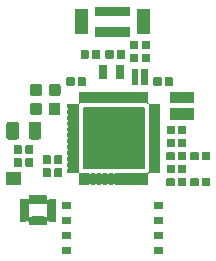
<source format=gbr>
G04 #@! TF.GenerationSoftware,KiCad,Pcbnew,(5.1.5-0-10_14)*
G04 #@! TF.CreationDate,2021-05-03T17:37:28-04:00*
G04 #@! TF.ProjectId,ESLO_RB2,45534c4f-5f52-4423-922e-6b696361645f,rev?*
G04 #@! TF.SameCoordinates,Original*
G04 #@! TF.FileFunction,Soldermask,Top*
G04 #@! TF.FilePolarity,Negative*
%FSLAX46Y46*%
G04 Gerber Fmt 4.6, Leading zero omitted, Abs format (unit mm)*
G04 Created by KiCad (PCBNEW (5.1.5-0-10_14)) date 2021-05-03 17:37:28*
%MOMM*%
%LPD*%
G04 APERTURE LIST*
%ADD10C,0.100000*%
G04 APERTURE END LIST*
D10*
G36*
X219951000Y-96611000D02*
G01*
X219199000Y-96611000D01*
X219199000Y-96009000D01*
X219951000Y-96009000D01*
X219951000Y-96611000D01*
G37*
G36*
X212201000Y-96611000D02*
G01*
X211449000Y-96611000D01*
X211449000Y-96009000D01*
X212201000Y-96009000D01*
X212201000Y-96611000D01*
G37*
G36*
X219951000Y-95341000D02*
G01*
X219199000Y-95341000D01*
X219199000Y-94739000D01*
X219951000Y-94739000D01*
X219951000Y-95341000D01*
G37*
G36*
X212201000Y-95341000D02*
G01*
X211449000Y-95341000D01*
X211449000Y-94739000D01*
X212201000Y-94739000D01*
X212201000Y-95341000D01*
G37*
G36*
X209058900Y-91623398D02*
G01*
X209071151Y-91624000D01*
X209653849Y-91624000D01*
X209666100Y-91623398D01*
X209668638Y-91623148D01*
X210056360Y-91623148D01*
X210072499Y-91624737D01*
X210082108Y-91627652D01*
X210090972Y-91632390D01*
X210098737Y-91638763D01*
X210105110Y-91646528D01*
X210109848Y-91655392D01*
X210112763Y-91665001D01*
X210114352Y-91681140D01*
X210114352Y-91873043D01*
X210116754Y-91897429D01*
X210123867Y-91920878D01*
X210135418Y-91942489D01*
X210150963Y-91961431D01*
X210169905Y-91976976D01*
X210191516Y-91988527D01*
X210214965Y-91995640D01*
X210239351Y-91998042D01*
X210263737Y-91995640D01*
X210287186Y-91988527D01*
X210308797Y-91976976D01*
X210327739Y-91961431D01*
X210371493Y-91917677D01*
X210384028Y-91907390D01*
X210392892Y-91902652D01*
X210402501Y-91899737D01*
X210418640Y-91898148D01*
X210831360Y-91898148D01*
X210847499Y-91899737D01*
X210857108Y-91902652D01*
X210865972Y-91907390D01*
X210873737Y-91913763D01*
X210880110Y-91921528D01*
X210884848Y-91930392D01*
X210887763Y-91940001D01*
X210889352Y-91956140D01*
X210889352Y-92343862D01*
X210889102Y-92346400D01*
X210888500Y-92358651D01*
X210888500Y-93441349D01*
X210889102Y-93453600D01*
X210889352Y-93456138D01*
X210889352Y-93843860D01*
X210887763Y-93859999D01*
X210884848Y-93869608D01*
X210880110Y-93878472D01*
X210873737Y-93886237D01*
X210865972Y-93892610D01*
X210857108Y-93897348D01*
X210847499Y-93900263D01*
X210831360Y-93901852D01*
X210418640Y-93901852D01*
X210402501Y-93900263D01*
X210392892Y-93897348D01*
X210384028Y-93892610D01*
X210371493Y-93882323D01*
X210327739Y-93838569D01*
X210308797Y-93823024D01*
X210287186Y-93811473D01*
X210263737Y-93804360D01*
X210239351Y-93801958D01*
X210214965Y-93804360D01*
X210191516Y-93811473D01*
X210169905Y-93823024D01*
X210150963Y-93838569D01*
X210135418Y-93857511D01*
X210123867Y-93879122D01*
X210116754Y-93902571D01*
X210114352Y-93926957D01*
X210114352Y-94118860D01*
X210112763Y-94134999D01*
X210109848Y-94144608D01*
X210105110Y-94153472D01*
X210098737Y-94161237D01*
X210090972Y-94167610D01*
X210082108Y-94172348D01*
X210072499Y-94175263D01*
X210056360Y-94176852D01*
X209668638Y-94176852D01*
X209666100Y-94176602D01*
X209653849Y-94176000D01*
X209071151Y-94176000D01*
X209058900Y-94176602D01*
X209056362Y-94176852D01*
X208668640Y-94176852D01*
X208652501Y-94175263D01*
X208642892Y-94172348D01*
X208634028Y-94167610D01*
X208626263Y-94161237D01*
X208619890Y-94153472D01*
X208615152Y-94144608D01*
X208612237Y-94134999D01*
X208610648Y-94118860D01*
X208610648Y-93926957D01*
X208608246Y-93902571D01*
X208601133Y-93879122D01*
X208589582Y-93857511D01*
X208574037Y-93838569D01*
X208555095Y-93823024D01*
X208533484Y-93811473D01*
X208510035Y-93804360D01*
X208485649Y-93801958D01*
X208461263Y-93804360D01*
X208437814Y-93811473D01*
X208416203Y-93823024D01*
X208397261Y-93838569D01*
X208353507Y-93882323D01*
X208340972Y-93892610D01*
X208332108Y-93897348D01*
X208322499Y-93900263D01*
X208306360Y-93901852D01*
X207893640Y-93901852D01*
X207877501Y-93900263D01*
X207867892Y-93897348D01*
X207859028Y-93892610D01*
X207851263Y-93886237D01*
X207844890Y-93878472D01*
X207840152Y-93869608D01*
X207837237Y-93859999D01*
X207835648Y-93843860D01*
X207835648Y-93456138D01*
X207835898Y-93453600D01*
X207836500Y-93441349D01*
X207836500Y-92426105D01*
X208613500Y-92426105D01*
X208613500Y-93373895D01*
X208615902Y-93398281D01*
X208623015Y-93421730D01*
X208634566Y-93443341D01*
X208650111Y-93462283D01*
X208669053Y-93477828D01*
X208690664Y-93489379D01*
X208714113Y-93496492D01*
X208738499Y-93498894D01*
X208762885Y-93496492D01*
X208786334Y-93489379D01*
X208807945Y-93477828D01*
X208826887Y-93462283D01*
X208871493Y-93417677D01*
X208884028Y-93407390D01*
X208892892Y-93402652D01*
X208902501Y-93399737D01*
X208918640Y-93398148D01*
X209056362Y-93398148D01*
X209058900Y-93398398D01*
X209071151Y-93399000D01*
X209653849Y-93399000D01*
X209666100Y-93398398D01*
X209668638Y-93398148D01*
X209806360Y-93398148D01*
X209822499Y-93399737D01*
X209832108Y-93402652D01*
X209840972Y-93407390D01*
X209853507Y-93417677D01*
X209898113Y-93462283D01*
X209917055Y-93477828D01*
X209938666Y-93489379D01*
X209962115Y-93496492D01*
X209986501Y-93498894D01*
X210010887Y-93496492D01*
X210034336Y-93489379D01*
X210055947Y-93477828D01*
X210074889Y-93462283D01*
X210090434Y-93443341D01*
X210101985Y-93421730D01*
X210109098Y-93398281D01*
X210111500Y-93373895D01*
X210111500Y-92426105D01*
X210109098Y-92401719D01*
X210101985Y-92378270D01*
X210090434Y-92356659D01*
X210074889Y-92337717D01*
X210055947Y-92322172D01*
X210034336Y-92310621D01*
X210010887Y-92303508D01*
X209986501Y-92301106D01*
X209962115Y-92303508D01*
X209938666Y-92310621D01*
X209917055Y-92322172D01*
X209898113Y-92337717D01*
X209853507Y-92382323D01*
X209840972Y-92392610D01*
X209832108Y-92397348D01*
X209822499Y-92400263D01*
X209806360Y-92401852D01*
X209668638Y-92401852D01*
X209666100Y-92401602D01*
X209653849Y-92401000D01*
X209071151Y-92401000D01*
X209058900Y-92401602D01*
X209056362Y-92401852D01*
X208918640Y-92401852D01*
X208902501Y-92400263D01*
X208892892Y-92397348D01*
X208884028Y-92392610D01*
X208871493Y-92382323D01*
X208826887Y-92337717D01*
X208807945Y-92322172D01*
X208786334Y-92310621D01*
X208762885Y-92303508D01*
X208738499Y-92301106D01*
X208714113Y-92303508D01*
X208690664Y-92310621D01*
X208669053Y-92322172D01*
X208650111Y-92337717D01*
X208634566Y-92356659D01*
X208623015Y-92378270D01*
X208615902Y-92401719D01*
X208613500Y-92426105D01*
X207836500Y-92426105D01*
X207836500Y-92358651D01*
X207835898Y-92346400D01*
X207835648Y-92343862D01*
X207835648Y-91956140D01*
X207837237Y-91940001D01*
X207840152Y-91930392D01*
X207844890Y-91921528D01*
X207851263Y-91913763D01*
X207859028Y-91907390D01*
X207867892Y-91902652D01*
X207877501Y-91899737D01*
X207893640Y-91898148D01*
X208306360Y-91898148D01*
X208322499Y-91899737D01*
X208332108Y-91902652D01*
X208340972Y-91907390D01*
X208353507Y-91917677D01*
X208397261Y-91961431D01*
X208416203Y-91976976D01*
X208437814Y-91988527D01*
X208461263Y-91995640D01*
X208485649Y-91998042D01*
X208510035Y-91995640D01*
X208533484Y-91988527D01*
X208555095Y-91976976D01*
X208574037Y-91961431D01*
X208589582Y-91942489D01*
X208601133Y-91920878D01*
X208608246Y-91897429D01*
X208610648Y-91873043D01*
X208610648Y-91681140D01*
X208612237Y-91665001D01*
X208615152Y-91655392D01*
X208619890Y-91646528D01*
X208626263Y-91638763D01*
X208634028Y-91632390D01*
X208642892Y-91627652D01*
X208652501Y-91624737D01*
X208668640Y-91623148D01*
X209056362Y-91623148D01*
X209058900Y-91623398D01*
G37*
G36*
X212201000Y-94071000D02*
G01*
X211449000Y-94071000D01*
X211449000Y-93469000D01*
X212201000Y-93469000D01*
X212201000Y-94071000D01*
G37*
G36*
X219951000Y-94071000D02*
G01*
X219199000Y-94071000D01*
X219199000Y-93469000D01*
X219951000Y-93469000D01*
X219951000Y-94071000D01*
G37*
G36*
X219951000Y-92801000D02*
G01*
X219199000Y-92801000D01*
X219199000Y-92199000D01*
X219951000Y-92199000D01*
X219951000Y-92801000D01*
G37*
G36*
X212201000Y-92801000D02*
G01*
X211449000Y-92801000D01*
X211449000Y-92199000D01*
X212201000Y-92199000D01*
X212201000Y-92801000D01*
G37*
G36*
X223856938Y-90131716D02*
G01*
X223877557Y-90137971D01*
X223896553Y-90148124D01*
X223913208Y-90161792D01*
X223926876Y-90178447D01*
X223937029Y-90197443D01*
X223943284Y-90218062D01*
X223946000Y-90245640D01*
X223946000Y-90754360D01*
X223943284Y-90781938D01*
X223937029Y-90802557D01*
X223926876Y-90821553D01*
X223913208Y-90838208D01*
X223896553Y-90851876D01*
X223877557Y-90862029D01*
X223856938Y-90868284D01*
X223829360Y-90871000D01*
X223370640Y-90871000D01*
X223343062Y-90868284D01*
X223322443Y-90862029D01*
X223303447Y-90851876D01*
X223286792Y-90838208D01*
X223273124Y-90821553D01*
X223262971Y-90802557D01*
X223256716Y-90781938D01*
X223254000Y-90754360D01*
X223254000Y-90245640D01*
X223256716Y-90218062D01*
X223262971Y-90197443D01*
X223273124Y-90178447D01*
X223286792Y-90161792D01*
X223303447Y-90148124D01*
X223322443Y-90137971D01*
X223343062Y-90131716D01*
X223370640Y-90129000D01*
X223829360Y-90129000D01*
X223856938Y-90131716D01*
G37*
G36*
X222886938Y-90131716D02*
G01*
X222907557Y-90137971D01*
X222926553Y-90148124D01*
X222943208Y-90161792D01*
X222956876Y-90178447D01*
X222967029Y-90197443D01*
X222973284Y-90218062D01*
X222976000Y-90245640D01*
X222976000Y-90754360D01*
X222973284Y-90781938D01*
X222967029Y-90802557D01*
X222956876Y-90821553D01*
X222943208Y-90838208D01*
X222926553Y-90851876D01*
X222907557Y-90862029D01*
X222886938Y-90868284D01*
X222859360Y-90871000D01*
X222400640Y-90871000D01*
X222373062Y-90868284D01*
X222352443Y-90862029D01*
X222333447Y-90851876D01*
X222316792Y-90838208D01*
X222303124Y-90821553D01*
X222292971Y-90802557D01*
X222286716Y-90781938D01*
X222284000Y-90754360D01*
X222284000Y-90245640D01*
X222286716Y-90218062D01*
X222292971Y-90197443D01*
X222303124Y-90178447D01*
X222316792Y-90161792D01*
X222333447Y-90148124D01*
X222352443Y-90137971D01*
X222373062Y-90131716D01*
X222400640Y-90129000D01*
X222859360Y-90129000D01*
X222886938Y-90131716D01*
G37*
G36*
X221826938Y-90131716D02*
G01*
X221847557Y-90137971D01*
X221866553Y-90148124D01*
X221883208Y-90161792D01*
X221896876Y-90178447D01*
X221907029Y-90197443D01*
X221913284Y-90218062D01*
X221916000Y-90245640D01*
X221916000Y-90754360D01*
X221913284Y-90781938D01*
X221907029Y-90802557D01*
X221896876Y-90821553D01*
X221883208Y-90838208D01*
X221866553Y-90851876D01*
X221847557Y-90862029D01*
X221826938Y-90868284D01*
X221799360Y-90871000D01*
X221340640Y-90871000D01*
X221313062Y-90868284D01*
X221292443Y-90862029D01*
X221273447Y-90851876D01*
X221256792Y-90838208D01*
X221243124Y-90821553D01*
X221232971Y-90802557D01*
X221226716Y-90781938D01*
X221224000Y-90754360D01*
X221224000Y-90245640D01*
X221226716Y-90218062D01*
X221232971Y-90197443D01*
X221243124Y-90178447D01*
X221256792Y-90161792D01*
X221273447Y-90148124D01*
X221292443Y-90137971D01*
X221313062Y-90131716D01*
X221340640Y-90129000D01*
X221799360Y-90129000D01*
X221826938Y-90131716D01*
G37*
G36*
X220856938Y-90131716D02*
G01*
X220877557Y-90137971D01*
X220896553Y-90148124D01*
X220913208Y-90161792D01*
X220926876Y-90178447D01*
X220937029Y-90197443D01*
X220943284Y-90218062D01*
X220946000Y-90245640D01*
X220946000Y-90754360D01*
X220943284Y-90781938D01*
X220937029Y-90802557D01*
X220926876Y-90821553D01*
X220913208Y-90838208D01*
X220896553Y-90851876D01*
X220877557Y-90862029D01*
X220856938Y-90868284D01*
X220829360Y-90871000D01*
X220370640Y-90871000D01*
X220343062Y-90868284D01*
X220322443Y-90862029D01*
X220303447Y-90851876D01*
X220286792Y-90838208D01*
X220273124Y-90821553D01*
X220262971Y-90802557D01*
X220256716Y-90781938D01*
X220254000Y-90754360D01*
X220254000Y-90245640D01*
X220256716Y-90218062D01*
X220262971Y-90197443D01*
X220273124Y-90178447D01*
X220286792Y-90161792D01*
X220303447Y-90148124D01*
X220322443Y-90137971D01*
X220343062Y-90131716D01*
X220370640Y-90129000D01*
X220829360Y-90129000D01*
X220856938Y-90131716D01*
G37*
G36*
X213205355Y-82875083D02*
G01*
X213210029Y-82876501D01*
X213214330Y-82878800D01*
X213220702Y-82884029D01*
X213241076Y-82897643D01*
X213263715Y-82907020D01*
X213287749Y-82911800D01*
X213312253Y-82911800D01*
X213336286Y-82907019D01*
X213358925Y-82897642D01*
X213379298Y-82884029D01*
X213385670Y-82878800D01*
X213389971Y-82876501D01*
X213394645Y-82875083D01*
X213405641Y-82874000D01*
X213694359Y-82874000D01*
X213705355Y-82875083D01*
X213710029Y-82876501D01*
X213714330Y-82878800D01*
X213720702Y-82884029D01*
X213741076Y-82897643D01*
X213763715Y-82907020D01*
X213787749Y-82911800D01*
X213812253Y-82911800D01*
X213836286Y-82907019D01*
X213858925Y-82897642D01*
X213879298Y-82884029D01*
X213885670Y-82878800D01*
X213889971Y-82876501D01*
X213894645Y-82875083D01*
X213905641Y-82874000D01*
X214194359Y-82874000D01*
X214205355Y-82875083D01*
X214210029Y-82876501D01*
X214214330Y-82878800D01*
X214220702Y-82884029D01*
X214241076Y-82897643D01*
X214263715Y-82907020D01*
X214287749Y-82911800D01*
X214312253Y-82911800D01*
X214336286Y-82907019D01*
X214358925Y-82897642D01*
X214379298Y-82884029D01*
X214385670Y-82878800D01*
X214389971Y-82876501D01*
X214394645Y-82875083D01*
X214405641Y-82874000D01*
X214694359Y-82874000D01*
X214705355Y-82875083D01*
X214710029Y-82876501D01*
X214714330Y-82878800D01*
X214720702Y-82884029D01*
X214741076Y-82897643D01*
X214763715Y-82907020D01*
X214787749Y-82911800D01*
X214812253Y-82911800D01*
X214836286Y-82907019D01*
X214858925Y-82897642D01*
X214879298Y-82884029D01*
X214885670Y-82878800D01*
X214889971Y-82876501D01*
X214894645Y-82875083D01*
X214905641Y-82874000D01*
X215194359Y-82874000D01*
X215205355Y-82875083D01*
X215210029Y-82876501D01*
X215214330Y-82878800D01*
X215220702Y-82884029D01*
X215241076Y-82897643D01*
X215263715Y-82907020D01*
X215287749Y-82911800D01*
X215312253Y-82911800D01*
X215336286Y-82907019D01*
X215358925Y-82897642D01*
X215379298Y-82884029D01*
X215385670Y-82878800D01*
X215389971Y-82876501D01*
X215394645Y-82875083D01*
X215405641Y-82874000D01*
X215694359Y-82874000D01*
X215705355Y-82875083D01*
X215710029Y-82876501D01*
X215714330Y-82878800D01*
X215720702Y-82884029D01*
X215741076Y-82897643D01*
X215763715Y-82907020D01*
X215787749Y-82911800D01*
X215812253Y-82911800D01*
X215836286Y-82907019D01*
X215858925Y-82897642D01*
X215879298Y-82884029D01*
X215885670Y-82878800D01*
X215889971Y-82876501D01*
X215894645Y-82875083D01*
X215905641Y-82874000D01*
X216194359Y-82874000D01*
X216205355Y-82875083D01*
X216210029Y-82876501D01*
X216214330Y-82878800D01*
X216220702Y-82884029D01*
X216241076Y-82897643D01*
X216263715Y-82907020D01*
X216287749Y-82911800D01*
X216312253Y-82911800D01*
X216336286Y-82907019D01*
X216358925Y-82897642D01*
X216379298Y-82884029D01*
X216385670Y-82878800D01*
X216389971Y-82876501D01*
X216394645Y-82875083D01*
X216405641Y-82874000D01*
X216694359Y-82874000D01*
X216705355Y-82875083D01*
X216710029Y-82876501D01*
X216714330Y-82878800D01*
X216720702Y-82884029D01*
X216741076Y-82897643D01*
X216763715Y-82907020D01*
X216787749Y-82911800D01*
X216812253Y-82911800D01*
X216836286Y-82907019D01*
X216858925Y-82897642D01*
X216879298Y-82884029D01*
X216885670Y-82878800D01*
X216889971Y-82876501D01*
X216894645Y-82875083D01*
X216905641Y-82874000D01*
X217194359Y-82874000D01*
X217205355Y-82875083D01*
X217210029Y-82876501D01*
X217214330Y-82878800D01*
X217220702Y-82884029D01*
X217241076Y-82897643D01*
X217263715Y-82907020D01*
X217287749Y-82911800D01*
X217312253Y-82911800D01*
X217336286Y-82907019D01*
X217358925Y-82897642D01*
X217379298Y-82884029D01*
X217385670Y-82878800D01*
X217389971Y-82876501D01*
X217394645Y-82875083D01*
X217405641Y-82874000D01*
X217694359Y-82874000D01*
X217705355Y-82875083D01*
X217710029Y-82876501D01*
X217714330Y-82878800D01*
X217720702Y-82884029D01*
X217741076Y-82897643D01*
X217763715Y-82907020D01*
X217787749Y-82911800D01*
X217812253Y-82911800D01*
X217836286Y-82907019D01*
X217858925Y-82897642D01*
X217879298Y-82884029D01*
X217885670Y-82878800D01*
X217889971Y-82876501D01*
X217894645Y-82875083D01*
X217905641Y-82874000D01*
X218194359Y-82874000D01*
X218205355Y-82875083D01*
X218210029Y-82876501D01*
X218214330Y-82878800D01*
X218220702Y-82884029D01*
X218241076Y-82897643D01*
X218263715Y-82907020D01*
X218287749Y-82911800D01*
X218312253Y-82911800D01*
X218336286Y-82907019D01*
X218358925Y-82897642D01*
X218379298Y-82884029D01*
X218385670Y-82878800D01*
X218389971Y-82876501D01*
X218394645Y-82875083D01*
X218405641Y-82874000D01*
X218694359Y-82874000D01*
X218705355Y-82875083D01*
X218710029Y-82876501D01*
X218714331Y-82878800D01*
X218718104Y-82881896D01*
X218721200Y-82885669D01*
X218723499Y-82889971D01*
X218724917Y-82894645D01*
X218726000Y-82905641D01*
X218726000Y-83749001D01*
X218728402Y-83773387D01*
X218735515Y-83796836D01*
X218747066Y-83818447D01*
X218762611Y-83837389D01*
X218781553Y-83852934D01*
X218803164Y-83864485D01*
X218826613Y-83871598D01*
X218850999Y-83874000D01*
X219694359Y-83874000D01*
X219705355Y-83875083D01*
X219710029Y-83876501D01*
X219714331Y-83878800D01*
X219718104Y-83881896D01*
X219721200Y-83885669D01*
X219723499Y-83889971D01*
X219724917Y-83894645D01*
X219726000Y-83905641D01*
X219726000Y-84194359D01*
X219724917Y-84205355D01*
X219723499Y-84210029D01*
X219721200Y-84214330D01*
X219715971Y-84220702D01*
X219702357Y-84241076D01*
X219692980Y-84263715D01*
X219688200Y-84287749D01*
X219688200Y-84312253D01*
X219692981Y-84336286D01*
X219702358Y-84358925D01*
X219715971Y-84379298D01*
X219721200Y-84385670D01*
X219723499Y-84389971D01*
X219724917Y-84394645D01*
X219726000Y-84405641D01*
X219726000Y-84694359D01*
X219724917Y-84705355D01*
X219723499Y-84710029D01*
X219721200Y-84714330D01*
X219715971Y-84720702D01*
X219702357Y-84741076D01*
X219692980Y-84763715D01*
X219688200Y-84787749D01*
X219688200Y-84812253D01*
X219692981Y-84836286D01*
X219702358Y-84858925D01*
X219715971Y-84879298D01*
X219721200Y-84885670D01*
X219723499Y-84889971D01*
X219724917Y-84894645D01*
X219726000Y-84905641D01*
X219726000Y-85194359D01*
X219724917Y-85205355D01*
X219723499Y-85210029D01*
X219721200Y-85214330D01*
X219715971Y-85220702D01*
X219702357Y-85241076D01*
X219692980Y-85263715D01*
X219688200Y-85287749D01*
X219688200Y-85312253D01*
X219692981Y-85336286D01*
X219702358Y-85358925D01*
X219715971Y-85379298D01*
X219721200Y-85385670D01*
X219723499Y-85389971D01*
X219724917Y-85394645D01*
X219726000Y-85405641D01*
X219726000Y-85694359D01*
X219724917Y-85705355D01*
X219723499Y-85710029D01*
X219721200Y-85714330D01*
X219715971Y-85720702D01*
X219702357Y-85741076D01*
X219692980Y-85763715D01*
X219688200Y-85787749D01*
X219688200Y-85812253D01*
X219692981Y-85836286D01*
X219702358Y-85858925D01*
X219715971Y-85879298D01*
X219721200Y-85885670D01*
X219723499Y-85889971D01*
X219724917Y-85894645D01*
X219726000Y-85905641D01*
X219726000Y-86194359D01*
X219724917Y-86205355D01*
X219723499Y-86210029D01*
X219721200Y-86214330D01*
X219715971Y-86220702D01*
X219702357Y-86241076D01*
X219692980Y-86263715D01*
X219688200Y-86287749D01*
X219688200Y-86312253D01*
X219692981Y-86336286D01*
X219702358Y-86358925D01*
X219715971Y-86379298D01*
X219721200Y-86385670D01*
X219723499Y-86389971D01*
X219724917Y-86394645D01*
X219726000Y-86405641D01*
X219726000Y-86694359D01*
X219724917Y-86705355D01*
X219723499Y-86710029D01*
X219721200Y-86714330D01*
X219715971Y-86720702D01*
X219702357Y-86741076D01*
X219692980Y-86763715D01*
X219688200Y-86787749D01*
X219688200Y-86812253D01*
X219692981Y-86836286D01*
X219702358Y-86858925D01*
X219715971Y-86879298D01*
X219721200Y-86885670D01*
X219723499Y-86889971D01*
X219724917Y-86894645D01*
X219726000Y-86905641D01*
X219726000Y-87194359D01*
X219724917Y-87205355D01*
X219723499Y-87210029D01*
X219721200Y-87214330D01*
X219715971Y-87220702D01*
X219702357Y-87241076D01*
X219692980Y-87263715D01*
X219688200Y-87287749D01*
X219688200Y-87312253D01*
X219692981Y-87336286D01*
X219702358Y-87358925D01*
X219715971Y-87379298D01*
X219721200Y-87385670D01*
X219723499Y-87389971D01*
X219724917Y-87394645D01*
X219726000Y-87405641D01*
X219726000Y-87694359D01*
X219724917Y-87705355D01*
X219723499Y-87710029D01*
X219721200Y-87714330D01*
X219715971Y-87720702D01*
X219702357Y-87741076D01*
X219692980Y-87763715D01*
X219688200Y-87787749D01*
X219688200Y-87812253D01*
X219692981Y-87836286D01*
X219702358Y-87858925D01*
X219715971Y-87879298D01*
X219721200Y-87885670D01*
X219723499Y-87889971D01*
X219724917Y-87894645D01*
X219726000Y-87905641D01*
X219726000Y-88194359D01*
X219724917Y-88205355D01*
X219723499Y-88210029D01*
X219721200Y-88214330D01*
X219715971Y-88220702D01*
X219702357Y-88241076D01*
X219692980Y-88263715D01*
X219688200Y-88287749D01*
X219688200Y-88312253D01*
X219692981Y-88336286D01*
X219702358Y-88358925D01*
X219715971Y-88379298D01*
X219721200Y-88385670D01*
X219723499Y-88389971D01*
X219724917Y-88394645D01*
X219726000Y-88405641D01*
X219726000Y-88694359D01*
X219724917Y-88705355D01*
X219723499Y-88710029D01*
X219721200Y-88714330D01*
X219715971Y-88720702D01*
X219702357Y-88741076D01*
X219692980Y-88763715D01*
X219688200Y-88787749D01*
X219688200Y-88812253D01*
X219692981Y-88836286D01*
X219702358Y-88858925D01*
X219715971Y-88879298D01*
X219721200Y-88885670D01*
X219723499Y-88889971D01*
X219724917Y-88894645D01*
X219726000Y-88905641D01*
X219726000Y-89194359D01*
X219724917Y-89205355D01*
X219723499Y-89210029D01*
X219721200Y-89214330D01*
X219715971Y-89220702D01*
X219702357Y-89241076D01*
X219692980Y-89263715D01*
X219688200Y-89287749D01*
X219688200Y-89312253D01*
X219692981Y-89336286D01*
X219702358Y-89358925D01*
X219715971Y-89379298D01*
X219721200Y-89385670D01*
X219723499Y-89389971D01*
X219724917Y-89394645D01*
X219726000Y-89405641D01*
X219726000Y-89694359D01*
X219724917Y-89705355D01*
X219723499Y-89710029D01*
X219721200Y-89714331D01*
X219718104Y-89718104D01*
X219714331Y-89721200D01*
X219710029Y-89723499D01*
X219705355Y-89724917D01*
X219694359Y-89726000D01*
X218850999Y-89726000D01*
X218826613Y-89728402D01*
X218803164Y-89735515D01*
X218781553Y-89747066D01*
X218762611Y-89762611D01*
X218747066Y-89781553D01*
X218735515Y-89803164D01*
X218728402Y-89826613D01*
X218726000Y-89850999D01*
X218726000Y-90694359D01*
X218724917Y-90705355D01*
X218723499Y-90710029D01*
X218721200Y-90714331D01*
X218718104Y-90718104D01*
X218714331Y-90721200D01*
X218710029Y-90723499D01*
X218705355Y-90724917D01*
X218694359Y-90726000D01*
X218405641Y-90726000D01*
X218394645Y-90724917D01*
X218389971Y-90723499D01*
X218385670Y-90721200D01*
X218379298Y-90715971D01*
X218358924Y-90702357D01*
X218336285Y-90692980D01*
X218312251Y-90688200D01*
X218287747Y-90688200D01*
X218263714Y-90692981D01*
X218241075Y-90702358D01*
X218220702Y-90715971D01*
X218214330Y-90721200D01*
X218210029Y-90723499D01*
X218205355Y-90724917D01*
X218194359Y-90726000D01*
X217905641Y-90726000D01*
X217894645Y-90724917D01*
X217889971Y-90723499D01*
X217885670Y-90721200D01*
X217879298Y-90715971D01*
X217858924Y-90702357D01*
X217836285Y-90692980D01*
X217812251Y-90688200D01*
X217787747Y-90688200D01*
X217763714Y-90692981D01*
X217741075Y-90702358D01*
X217720702Y-90715971D01*
X217714330Y-90721200D01*
X217710029Y-90723499D01*
X217705355Y-90724917D01*
X217694359Y-90726000D01*
X217405641Y-90726000D01*
X217394645Y-90724917D01*
X217389971Y-90723499D01*
X217385670Y-90721200D01*
X217379298Y-90715971D01*
X217358924Y-90702357D01*
X217336285Y-90692980D01*
X217312251Y-90688200D01*
X217287747Y-90688200D01*
X217263714Y-90692981D01*
X217241075Y-90702358D01*
X217220702Y-90715971D01*
X217214330Y-90721200D01*
X217210029Y-90723499D01*
X217205355Y-90724917D01*
X217194359Y-90726000D01*
X216905641Y-90726000D01*
X216894645Y-90724917D01*
X216889971Y-90723499D01*
X216885670Y-90721200D01*
X216879298Y-90715971D01*
X216858924Y-90702357D01*
X216836285Y-90692980D01*
X216812251Y-90688200D01*
X216787747Y-90688200D01*
X216763714Y-90692981D01*
X216741075Y-90702358D01*
X216720702Y-90715971D01*
X216714330Y-90721200D01*
X216710029Y-90723499D01*
X216705355Y-90724917D01*
X216694359Y-90726000D01*
X216405641Y-90726000D01*
X216394645Y-90724917D01*
X216389971Y-90723499D01*
X216385670Y-90721200D01*
X216379298Y-90715971D01*
X216358924Y-90702357D01*
X216336285Y-90692980D01*
X216312251Y-90688200D01*
X216287747Y-90688200D01*
X216263714Y-90692981D01*
X216241075Y-90702358D01*
X216220702Y-90715971D01*
X216214330Y-90721200D01*
X216210029Y-90723499D01*
X216205355Y-90724917D01*
X216194359Y-90726000D01*
X215905641Y-90726000D01*
X215894645Y-90724917D01*
X215889971Y-90723499D01*
X215885670Y-90721200D01*
X215879298Y-90715971D01*
X215858924Y-90702357D01*
X215836285Y-90692980D01*
X215812251Y-90688200D01*
X215787747Y-90688200D01*
X215763714Y-90692981D01*
X215741075Y-90702358D01*
X215720702Y-90715971D01*
X215714330Y-90721200D01*
X215710029Y-90723499D01*
X215705355Y-90724917D01*
X215694359Y-90726000D01*
X215405641Y-90726000D01*
X215394645Y-90724917D01*
X215389971Y-90723499D01*
X215385670Y-90721200D01*
X215379298Y-90715971D01*
X215358924Y-90702357D01*
X215336285Y-90692980D01*
X215312251Y-90688200D01*
X215287747Y-90688200D01*
X215263714Y-90692981D01*
X215241075Y-90702358D01*
X215220702Y-90715971D01*
X215214330Y-90721200D01*
X215210029Y-90723499D01*
X215205355Y-90724917D01*
X215194359Y-90726000D01*
X214905641Y-90726000D01*
X214894645Y-90724917D01*
X214889971Y-90723499D01*
X214885670Y-90721200D01*
X214879298Y-90715971D01*
X214858924Y-90702357D01*
X214836285Y-90692980D01*
X214812251Y-90688200D01*
X214787747Y-90688200D01*
X214763714Y-90692981D01*
X214741075Y-90702358D01*
X214720702Y-90715971D01*
X214714330Y-90721200D01*
X214710029Y-90723499D01*
X214705355Y-90724917D01*
X214694359Y-90726000D01*
X214405641Y-90726000D01*
X214394645Y-90724917D01*
X214389971Y-90723499D01*
X214385670Y-90721200D01*
X214379298Y-90715971D01*
X214358924Y-90702357D01*
X214336285Y-90692980D01*
X214312251Y-90688200D01*
X214287747Y-90688200D01*
X214263714Y-90692981D01*
X214241075Y-90702358D01*
X214220702Y-90715971D01*
X214214330Y-90721200D01*
X214210029Y-90723499D01*
X214205355Y-90724917D01*
X214194359Y-90726000D01*
X213905641Y-90726000D01*
X213894645Y-90724917D01*
X213889971Y-90723499D01*
X213885670Y-90721200D01*
X213879298Y-90715971D01*
X213858924Y-90702357D01*
X213836285Y-90692980D01*
X213812251Y-90688200D01*
X213787747Y-90688200D01*
X213763714Y-90692981D01*
X213741075Y-90702358D01*
X213720702Y-90715971D01*
X213714330Y-90721200D01*
X213710029Y-90723499D01*
X213705355Y-90724917D01*
X213694359Y-90726000D01*
X213405641Y-90726000D01*
X213394645Y-90724917D01*
X213389971Y-90723499D01*
X213385670Y-90721200D01*
X213379298Y-90715971D01*
X213358924Y-90702357D01*
X213336285Y-90692980D01*
X213312251Y-90688200D01*
X213287747Y-90688200D01*
X213263714Y-90692981D01*
X213241075Y-90702358D01*
X213220702Y-90715971D01*
X213214330Y-90721200D01*
X213210029Y-90723499D01*
X213205355Y-90724917D01*
X213194359Y-90726000D01*
X212905641Y-90726000D01*
X212894645Y-90724917D01*
X212889971Y-90723499D01*
X212885669Y-90721200D01*
X212881896Y-90718104D01*
X212878800Y-90714331D01*
X212876501Y-90710029D01*
X212875083Y-90705355D01*
X212874000Y-90694359D01*
X212874000Y-89850999D01*
X212871598Y-89826613D01*
X212864485Y-89803164D01*
X212852934Y-89781553D01*
X212837389Y-89762611D01*
X212818447Y-89747066D01*
X212796836Y-89735515D01*
X212773387Y-89728402D01*
X212749001Y-89726000D01*
X211905641Y-89726000D01*
X211894645Y-89724917D01*
X211889971Y-89723499D01*
X211885669Y-89721200D01*
X211881896Y-89718104D01*
X211878800Y-89714331D01*
X211876501Y-89710029D01*
X211875083Y-89705355D01*
X211874000Y-89694359D01*
X211874000Y-89405641D01*
X211875083Y-89394645D01*
X211876501Y-89389971D01*
X211878800Y-89385670D01*
X211884029Y-89379298D01*
X211897643Y-89358924D01*
X211907020Y-89336285D01*
X211911800Y-89312251D01*
X211911800Y-89287747D01*
X211907019Y-89263714D01*
X211897642Y-89241075D01*
X211884029Y-89220702D01*
X211878800Y-89214330D01*
X211876501Y-89210029D01*
X211875083Y-89205355D01*
X211874000Y-89194359D01*
X211874000Y-88905641D01*
X211875083Y-88894645D01*
X211876501Y-88889971D01*
X211878800Y-88885670D01*
X211884029Y-88879298D01*
X211897643Y-88858924D01*
X211907020Y-88836285D01*
X211911800Y-88812251D01*
X211911800Y-88787747D01*
X211907019Y-88763714D01*
X211897642Y-88741075D01*
X211884029Y-88720702D01*
X211878800Y-88714330D01*
X211876501Y-88710029D01*
X211875083Y-88705355D01*
X211874000Y-88694359D01*
X211874000Y-88405641D01*
X211875083Y-88394645D01*
X211876501Y-88389971D01*
X211878800Y-88385670D01*
X211884029Y-88379298D01*
X211897643Y-88358924D01*
X211907020Y-88336285D01*
X211911800Y-88312251D01*
X211911800Y-88287747D01*
X211907019Y-88263714D01*
X211897642Y-88241075D01*
X211884029Y-88220702D01*
X211878800Y-88214330D01*
X211876501Y-88210029D01*
X211875083Y-88205355D01*
X211874000Y-88194359D01*
X211874000Y-87905641D01*
X211875083Y-87894645D01*
X211876501Y-87889971D01*
X211878800Y-87885670D01*
X211884029Y-87879298D01*
X211897643Y-87858924D01*
X211907020Y-87836285D01*
X211911800Y-87812251D01*
X211911800Y-87787747D01*
X211907019Y-87763714D01*
X211897642Y-87741075D01*
X211884029Y-87720702D01*
X211878800Y-87714330D01*
X211876501Y-87710029D01*
X211875083Y-87705355D01*
X211874000Y-87694359D01*
X211874000Y-87405641D01*
X211875083Y-87394645D01*
X211876501Y-87389971D01*
X211878800Y-87385670D01*
X211884029Y-87379298D01*
X211897643Y-87358924D01*
X211907020Y-87336285D01*
X211911800Y-87312251D01*
X211911800Y-87287747D01*
X211907019Y-87263714D01*
X211897642Y-87241075D01*
X211884029Y-87220702D01*
X211878800Y-87214330D01*
X211876501Y-87210029D01*
X211875083Y-87205355D01*
X211874000Y-87194359D01*
X211874000Y-86905641D01*
X211875083Y-86894645D01*
X211876501Y-86889971D01*
X211878800Y-86885670D01*
X211884029Y-86879298D01*
X211897643Y-86858924D01*
X211907020Y-86836285D01*
X211911800Y-86812251D01*
X211911800Y-86787747D01*
X211907019Y-86763714D01*
X211897642Y-86741075D01*
X211884029Y-86720702D01*
X211878800Y-86714330D01*
X211876501Y-86710029D01*
X211875083Y-86705355D01*
X211874000Y-86694359D01*
X211874000Y-86405641D01*
X211875083Y-86394645D01*
X211876501Y-86389971D01*
X211878800Y-86385670D01*
X211884029Y-86379298D01*
X211897643Y-86358924D01*
X211907020Y-86336285D01*
X211911800Y-86312251D01*
X211911800Y-86287747D01*
X211907019Y-86263714D01*
X211897642Y-86241075D01*
X211884029Y-86220702D01*
X211878800Y-86214330D01*
X211876501Y-86210029D01*
X211875083Y-86205355D01*
X211874000Y-86194359D01*
X211874000Y-85905641D01*
X211875083Y-85894645D01*
X211876501Y-85889971D01*
X211878800Y-85885670D01*
X211884029Y-85879298D01*
X211897643Y-85858924D01*
X211907020Y-85836285D01*
X211911800Y-85812251D01*
X211911800Y-85787747D01*
X211907019Y-85763714D01*
X211897642Y-85741075D01*
X211884029Y-85720702D01*
X211878800Y-85714330D01*
X211876501Y-85710029D01*
X211875083Y-85705355D01*
X211874000Y-85694359D01*
X211874000Y-85405641D01*
X211875083Y-85394645D01*
X211876501Y-85389971D01*
X211878800Y-85385670D01*
X211884029Y-85379298D01*
X211897643Y-85358924D01*
X211907020Y-85336285D01*
X211911800Y-85312251D01*
X211911800Y-85287747D01*
X211907019Y-85263714D01*
X211897642Y-85241075D01*
X211884029Y-85220702D01*
X211878800Y-85214330D01*
X211876501Y-85210029D01*
X211875083Y-85205355D01*
X211874000Y-85194359D01*
X211874000Y-84905641D01*
X211875083Y-84894645D01*
X211876501Y-84889971D01*
X211878800Y-84885670D01*
X211884029Y-84879298D01*
X211897643Y-84858924D01*
X211907020Y-84836285D01*
X211911800Y-84812251D01*
X211911800Y-84787747D01*
X211907019Y-84763714D01*
X211897642Y-84741075D01*
X211884029Y-84720702D01*
X211878800Y-84714330D01*
X211876501Y-84710029D01*
X211875083Y-84705355D01*
X211874000Y-84694359D01*
X211874000Y-84405641D01*
X211875083Y-84394645D01*
X211876501Y-84389971D01*
X211878800Y-84385670D01*
X211884029Y-84379298D01*
X211897643Y-84358924D01*
X211907020Y-84336285D01*
X211911800Y-84312251D01*
X211911800Y-84287749D01*
X212813200Y-84287749D01*
X212813200Y-84312253D01*
X212817981Y-84336286D01*
X212827358Y-84358925D01*
X212840971Y-84379298D01*
X212846200Y-84385670D01*
X212848499Y-84389971D01*
X212849917Y-84394645D01*
X212851000Y-84405641D01*
X212851000Y-84694359D01*
X212849917Y-84705355D01*
X212848499Y-84710029D01*
X212846200Y-84714330D01*
X212840971Y-84720702D01*
X212827357Y-84741076D01*
X212817980Y-84763715D01*
X212813200Y-84787749D01*
X212813200Y-84812253D01*
X212817981Y-84836286D01*
X212827358Y-84858925D01*
X212840971Y-84879298D01*
X212846200Y-84885670D01*
X212848499Y-84889971D01*
X212849917Y-84894645D01*
X212851000Y-84905641D01*
X212851000Y-85194359D01*
X212849917Y-85205355D01*
X212848499Y-85210029D01*
X212846200Y-85214330D01*
X212840971Y-85220702D01*
X212827357Y-85241076D01*
X212817980Y-85263715D01*
X212813200Y-85287749D01*
X212813200Y-85312253D01*
X212817981Y-85336286D01*
X212827358Y-85358925D01*
X212840971Y-85379298D01*
X212846200Y-85385670D01*
X212848499Y-85389971D01*
X212849917Y-85394645D01*
X212851000Y-85405641D01*
X212851000Y-85694359D01*
X212849917Y-85705355D01*
X212848499Y-85710029D01*
X212846200Y-85714330D01*
X212840971Y-85720702D01*
X212827357Y-85741076D01*
X212817980Y-85763715D01*
X212813200Y-85787749D01*
X212813200Y-85812253D01*
X212817981Y-85836286D01*
X212827358Y-85858925D01*
X212840971Y-85879298D01*
X212846200Y-85885670D01*
X212848499Y-85889971D01*
X212849917Y-85894645D01*
X212851000Y-85905641D01*
X212851000Y-86194359D01*
X212849917Y-86205355D01*
X212848499Y-86210029D01*
X212846200Y-86214330D01*
X212840971Y-86220702D01*
X212827357Y-86241076D01*
X212817980Y-86263715D01*
X212813200Y-86287749D01*
X212813200Y-86312253D01*
X212817981Y-86336286D01*
X212827358Y-86358925D01*
X212840971Y-86379298D01*
X212846200Y-86385670D01*
X212848499Y-86389971D01*
X212849917Y-86394645D01*
X212851000Y-86405641D01*
X212851000Y-86694359D01*
X212849917Y-86705355D01*
X212848499Y-86710029D01*
X212846200Y-86714330D01*
X212840971Y-86720702D01*
X212827357Y-86741076D01*
X212817980Y-86763715D01*
X212813200Y-86787749D01*
X212813200Y-86812253D01*
X212817981Y-86836286D01*
X212827358Y-86858925D01*
X212840971Y-86879298D01*
X212846200Y-86885670D01*
X212848499Y-86889971D01*
X212849917Y-86894645D01*
X212851000Y-86905641D01*
X212851000Y-87194359D01*
X212849917Y-87205355D01*
X212848499Y-87210029D01*
X212846200Y-87214330D01*
X212840971Y-87220702D01*
X212827357Y-87241076D01*
X212817980Y-87263715D01*
X212813200Y-87287749D01*
X212813200Y-87312253D01*
X212817981Y-87336286D01*
X212827358Y-87358925D01*
X212840971Y-87379298D01*
X212846200Y-87385670D01*
X212848499Y-87389971D01*
X212849917Y-87394645D01*
X212851000Y-87405641D01*
X212851000Y-87694359D01*
X212849917Y-87705355D01*
X212848499Y-87710029D01*
X212846200Y-87714330D01*
X212840971Y-87720702D01*
X212827357Y-87741076D01*
X212817980Y-87763715D01*
X212813200Y-87787749D01*
X212813200Y-87812253D01*
X212817981Y-87836286D01*
X212827358Y-87858925D01*
X212840971Y-87879298D01*
X212846200Y-87885670D01*
X212848499Y-87889971D01*
X212849917Y-87894645D01*
X212851000Y-87905641D01*
X212851000Y-88194359D01*
X212849917Y-88205355D01*
X212848499Y-88210029D01*
X212846200Y-88214330D01*
X212840971Y-88220702D01*
X212827357Y-88241076D01*
X212817980Y-88263715D01*
X212813200Y-88287749D01*
X212813200Y-88312253D01*
X212817981Y-88336286D01*
X212827358Y-88358925D01*
X212840971Y-88379298D01*
X212846200Y-88385670D01*
X212848499Y-88389971D01*
X212849917Y-88394645D01*
X212851000Y-88405641D01*
X212851000Y-88694359D01*
X212849917Y-88705355D01*
X212848499Y-88710029D01*
X212846200Y-88714330D01*
X212840971Y-88720702D01*
X212827357Y-88741076D01*
X212817980Y-88763715D01*
X212813200Y-88787749D01*
X212813200Y-88812253D01*
X212817981Y-88836286D01*
X212827358Y-88858925D01*
X212840971Y-88879298D01*
X212846200Y-88885670D01*
X212848499Y-88889971D01*
X212849917Y-88894645D01*
X212851000Y-88905641D01*
X212851000Y-89194359D01*
X212849917Y-89205355D01*
X212848499Y-89210029D01*
X212846200Y-89214330D01*
X212840971Y-89220702D01*
X212827357Y-89241076D01*
X212817980Y-89263715D01*
X212813200Y-89287749D01*
X212813200Y-89312253D01*
X212817981Y-89336286D01*
X212827358Y-89358925D01*
X212840971Y-89379298D01*
X212846200Y-89385670D01*
X212848499Y-89389971D01*
X212849917Y-89394645D01*
X212851000Y-89405641D01*
X212851000Y-89624001D01*
X212853402Y-89648387D01*
X212860515Y-89671836D01*
X212872066Y-89693447D01*
X212887611Y-89712389D01*
X212906553Y-89727934D01*
X212928164Y-89739485D01*
X212951613Y-89746598D01*
X212975999Y-89749000D01*
X213194359Y-89749000D01*
X213205355Y-89750083D01*
X213210029Y-89751501D01*
X213214330Y-89753800D01*
X213220702Y-89759029D01*
X213241076Y-89772643D01*
X213263715Y-89782020D01*
X213287749Y-89786800D01*
X213312253Y-89786800D01*
X213336286Y-89782019D01*
X213358925Y-89772642D01*
X213379298Y-89759029D01*
X213385670Y-89753800D01*
X213389971Y-89751501D01*
X213394645Y-89750083D01*
X213405641Y-89749000D01*
X213694359Y-89749000D01*
X213705355Y-89750083D01*
X213710029Y-89751501D01*
X213714330Y-89753800D01*
X213720702Y-89759029D01*
X213741076Y-89772643D01*
X213763715Y-89782020D01*
X213787749Y-89786800D01*
X213812253Y-89786800D01*
X213836286Y-89782019D01*
X213858925Y-89772642D01*
X213879298Y-89759029D01*
X213885670Y-89753800D01*
X213889971Y-89751501D01*
X213894645Y-89750083D01*
X213905641Y-89749000D01*
X214194359Y-89749000D01*
X214205355Y-89750083D01*
X214210029Y-89751501D01*
X214214330Y-89753800D01*
X214220702Y-89759029D01*
X214241076Y-89772643D01*
X214263715Y-89782020D01*
X214287749Y-89786800D01*
X214312253Y-89786800D01*
X214336286Y-89782019D01*
X214358925Y-89772642D01*
X214379298Y-89759029D01*
X214385670Y-89753800D01*
X214389971Y-89751501D01*
X214394645Y-89750083D01*
X214405641Y-89749000D01*
X214694359Y-89749000D01*
X214705355Y-89750083D01*
X214710029Y-89751501D01*
X214714330Y-89753800D01*
X214720702Y-89759029D01*
X214741076Y-89772643D01*
X214763715Y-89782020D01*
X214787749Y-89786800D01*
X214812253Y-89786800D01*
X214836286Y-89782019D01*
X214858925Y-89772642D01*
X214879298Y-89759029D01*
X214885670Y-89753800D01*
X214889971Y-89751501D01*
X214894645Y-89750083D01*
X214905641Y-89749000D01*
X215194359Y-89749000D01*
X215205355Y-89750083D01*
X215210029Y-89751501D01*
X215214330Y-89753800D01*
X215220702Y-89759029D01*
X215241076Y-89772643D01*
X215263715Y-89782020D01*
X215287749Y-89786800D01*
X215312253Y-89786800D01*
X215336286Y-89782019D01*
X215358925Y-89772642D01*
X215379298Y-89759029D01*
X215385670Y-89753800D01*
X215389971Y-89751501D01*
X215394645Y-89750083D01*
X215405641Y-89749000D01*
X215694359Y-89749000D01*
X215705355Y-89750083D01*
X215710029Y-89751501D01*
X215714330Y-89753800D01*
X215720702Y-89759029D01*
X215741076Y-89772643D01*
X215763715Y-89782020D01*
X215787749Y-89786800D01*
X215812253Y-89786800D01*
X215836286Y-89782019D01*
X215858925Y-89772642D01*
X215879298Y-89759029D01*
X215885670Y-89753800D01*
X215889971Y-89751501D01*
X215894645Y-89750083D01*
X215905641Y-89749000D01*
X216194359Y-89749000D01*
X216205355Y-89750083D01*
X216210029Y-89751501D01*
X216214330Y-89753800D01*
X216220702Y-89759029D01*
X216241076Y-89772643D01*
X216263715Y-89782020D01*
X216287749Y-89786800D01*
X216312253Y-89786800D01*
X216336286Y-89782019D01*
X216358925Y-89772642D01*
X216379298Y-89759029D01*
X216385670Y-89753800D01*
X216389971Y-89751501D01*
X216394645Y-89750083D01*
X216405641Y-89749000D01*
X216694359Y-89749000D01*
X216705355Y-89750083D01*
X216710029Y-89751501D01*
X216714330Y-89753800D01*
X216720702Y-89759029D01*
X216741076Y-89772643D01*
X216763715Y-89782020D01*
X216787749Y-89786800D01*
X216812253Y-89786800D01*
X216836286Y-89782019D01*
X216858925Y-89772642D01*
X216879298Y-89759029D01*
X216885670Y-89753800D01*
X216889971Y-89751501D01*
X216894645Y-89750083D01*
X216905641Y-89749000D01*
X217194359Y-89749000D01*
X217205355Y-89750083D01*
X217210029Y-89751501D01*
X217214330Y-89753800D01*
X217220702Y-89759029D01*
X217241076Y-89772643D01*
X217263715Y-89782020D01*
X217287749Y-89786800D01*
X217312253Y-89786800D01*
X217336286Y-89782019D01*
X217358925Y-89772642D01*
X217379298Y-89759029D01*
X217385670Y-89753800D01*
X217389971Y-89751501D01*
X217394645Y-89750083D01*
X217405641Y-89749000D01*
X217694359Y-89749000D01*
X217705355Y-89750083D01*
X217710029Y-89751501D01*
X217714330Y-89753800D01*
X217720702Y-89759029D01*
X217741076Y-89772643D01*
X217763715Y-89782020D01*
X217787749Y-89786800D01*
X217812253Y-89786800D01*
X217836286Y-89782019D01*
X217858925Y-89772642D01*
X217879298Y-89759029D01*
X217885670Y-89753800D01*
X217889971Y-89751501D01*
X217894645Y-89750083D01*
X217905641Y-89749000D01*
X218194359Y-89749000D01*
X218205355Y-89750083D01*
X218210029Y-89751501D01*
X218214330Y-89753800D01*
X218220702Y-89759029D01*
X218241076Y-89772643D01*
X218263715Y-89782020D01*
X218287749Y-89786800D01*
X218312253Y-89786800D01*
X218336286Y-89782019D01*
X218358925Y-89772642D01*
X218379298Y-89759029D01*
X218385670Y-89753800D01*
X218389971Y-89751501D01*
X218394645Y-89750083D01*
X218405641Y-89749000D01*
X218624001Y-89749000D01*
X218648387Y-89746598D01*
X218671836Y-89739485D01*
X218693447Y-89727934D01*
X218712389Y-89712389D01*
X218727934Y-89693447D01*
X218739485Y-89671836D01*
X218746598Y-89648387D01*
X218749000Y-89624001D01*
X218749000Y-89405641D01*
X218750083Y-89394645D01*
X218751501Y-89389971D01*
X218753800Y-89385670D01*
X218759029Y-89379298D01*
X218772643Y-89358924D01*
X218782020Y-89336285D01*
X218786800Y-89312251D01*
X218786800Y-89287747D01*
X218782019Y-89263714D01*
X218772642Y-89241075D01*
X218759029Y-89220702D01*
X218753800Y-89214330D01*
X218751501Y-89210029D01*
X218750083Y-89205355D01*
X218749000Y-89194359D01*
X218749000Y-88905641D01*
X218750083Y-88894645D01*
X218751501Y-88889971D01*
X218753800Y-88885670D01*
X218759029Y-88879298D01*
X218772643Y-88858924D01*
X218782020Y-88836285D01*
X218786800Y-88812251D01*
X218786800Y-88787747D01*
X218782019Y-88763714D01*
X218772642Y-88741075D01*
X218759029Y-88720702D01*
X218753800Y-88714330D01*
X218751501Y-88710029D01*
X218750083Y-88705355D01*
X218749000Y-88694359D01*
X218749000Y-88405641D01*
X218750083Y-88394645D01*
X218751501Y-88389971D01*
X218753800Y-88385670D01*
X218759029Y-88379298D01*
X218772643Y-88358924D01*
X218782020Y-88336285D01*
X218786800Y-88312251D01*
X218786800Y-88287747D01*
X218782019Y-88263714D01*
X218772642Y-88241075D01*
X218759029Y-88220702D01*
X218753800Y-88214330D01*
X218751501Y-88210029D01*
X218750083Y-88205355D01*
X218749000Y-88194359D01*
X218749000Y-87905641D01*
X218750083Y-87894645D01*
X218751501Y-87889971D01*
X218753800Y-87885670D01*
X218759029Y-87879298D01*
X218772643Y-87858924D01*
X218782020Y-87836285D01*
X218786800Y-87812251D01*
X218786800Y-87787747D01*
X218782019Y-87763714D01*
X218772642Y-87741075D01*
X218759029Y-87720702D01*
X218753800Y-87714330D01*
X218751501Y-87710029D01*
X218750083Y-87705355D01*
X218749000Y-87694359D01*
X218749000Y-87405641D01*
X218750083Y-87394645D01*
X218751501Y-87389971D01*
X218753800Y-87385670D01*
X218759029Y-87379298D01*
X218772643Y-87358924D01*
X218782020Y-87336285D01*
X218786800Y-87312251D01*
X218786800Y-87287747D01*
X218782019Y-87263714D01*
X218772642Y-87241075D01*
X218759029Y-87220702D01*
X218753800Y-87214330D01*
X218751501Y-87210029D01*
X218750083Y-87205355D01*
X218749000Y-87194359D01*
X218749000Y-86905641D01*
X218750083Y-86894645D01*
X218751501Y-86889971D01*
X218753800Y-86885670D01*
X218759029Y-86879298D01*
X218772643Y-86858924D01*
X218782020Y-86836285D01*
X218786800Y-86812251D01*
X218786800Y-86787747D01*
X218782019Y-86763714D01*
X218772642Y-86741075D01*
X218759029Y-86720702D01*
X218753800Y-86714330D01*
X218751501Y-86710029D01*
X218750083Y-86705355D01*
X218749000Y-86694359D01*
X218749000Y-86405641D01*
X218750083Y-86394645D01*
X218751501Y-86389971D01*
X218753800Y-86385670D01*
X218759029Y-86379298D01*
X218772643Y-86358924D01*
X218782020Y-86336285D01*
X218786800Y-86312251D01*
X218786800Y-86287747D01*
X218782019Y-86263714D01*
X218772642Y-86241075D01*
X218759029Y-86220702D01*
X218753800Y-86214330D01*
X218751501Y-86210029D01*
X218750083Y-86205355D01*
X218749000Y-86194359D01*
X218749000Y-85905641D01*
X218750083Y-85894645D01*
X218751501Y-85889971D01*
X218753800Y-85885670D01*
X218759029Y-85879298D01*
X218772643Y-85858924D01*
X218782020Y-85836285D01*
X218786800Y-85812251D01*
X218786800Y-85787747D01*
X218782019Y-85763714D01*
X218772642Y-85741075D01*
X218759029Y-85720702D01*
X218753800Y-85714330D01*
X218751501Y-85710029D01*
X218750083Y-85705355D01*
X218749000Y-85694359D01*
X218749000Y-85405641D01*
X218750083Y-85394645D01*
X218751501Y-85389971D01*
X218753800Y-85385670D01*
X218759029Y-85379298D01*
X218772643Y-85358924D01*
X218782020Y-85336285D01*
X218786800Y-85312251D01*
X218786800Y-85287747D01*
X218782019Y-85263714D01*
X218772642Y-85241075D01*
X218759029Y-85220702D01*
X218753800Y-85214330D01*
X218751501Y-85210029D01*
X218750083Y-85205355D01*
X218749000Y-85194359D01*
X218749000Y-84905641D01*
X218750083Y-84894645D01*
X218751501Y-84889971D01*
X218753800Y-84885670D01*
X218759029Y-84879298D01*
X218772643Y-84858924D01*
X218782020Y-84836285D01*
X218786800Y-84812251D01*
X218786800Y-84787747D01*
X218782019Y-84763714D01*
X218772642Y-84741075D01*
X218759029Y-84720702D01*
X218753800Y-84714330D01*
X218751501Y-84710029D01*
X218750083Y-84705355D01*
X218749000Y-84694359D01*
X218749000Y-84405641D01*
X218750083Y-84394645D01*
X218751501Y-84389971D01*
X218753800Y-84385670D01*
X218759029Y-84379298D01*
X218772643Y-84358924D01*
X218782020Y-84336285D01*
X218786800Y-84312251D01*
X218786800Y-84287747D01*
X218782019Y-84263714D01*
X218772642Y-84241075D01*
X218759029Y-84220702D01*
X218753800Y-84214330D01*
X218751501Y-84210029D01*
X218750083Y-84205355D01*
X218749000Y-84194359D01*
X218749000Y-83975999D01*
X218746598Y-83951613D01*
X218739485Y-83928164D01*
X218727934Y-83906553D01*
X218712389Y-83887611D01*
X218693447Y-83872066D01*
X218671836Y-83860515D01*
X218648387Y-83853402D01*
X218624001Y-83851000D01*
X218405641Y-83851000D01*
X218394645Y-83849917D01*
X218389971Y-83848499D01*
X218385670Y-83846200D01*
X218379298Y-83840971D01*
X218358924Y-83827357D01*
X218336285Y-83817980D01*
X218312251Y-83813200D01*
X218287747Y-83813200D01*
X218263714Y-83817981D01*
X218241075Y-83827358D01*
X218220702Y-83840971D01*
X218214330Y-83846200D01*
X218210029Y-83848499D01*
X218205355Y-83849917D01*
X218194359Y-83851000D01*
X217905641Y-83851000D01*
X217894645Y-83849917D01*
X217889971Y-83848499D01*
X217885670Y-83846200D01*
X217879298Y-83840971D01*
X217858924Y-83827357D01*
X217836285Y-83817980D01*
X217812251Y-83813200D01*
X217787747Y-83813200D01*
X217763714Y-83817981D01*
X217741075Y-83827358D01*
X217720702Y-83840971D01*
X217714330Y-83846200D01*
X217710029Y-83848499D01*
X217705355Y-83849917D01*
X217694359Y-83851000D01*
X217405641Y-83851000D01*
X217394645Y-83849917D01*
X217389971Y-83848499D01*
X217385670Y-83846200D01*
X217379298Y-83840971D01*
X217358924Y-83827357D01*
X217336285Y-83817980D01*
X217312251Y-83813200D01*
X217287747Y-83813200D01*
X217263714Y-83817981D01*
X217241075Y-83827358D01*
X217220702Y-83840971D01*
X217214330Y-83846200D01*
X217210029Y-83848499D01*
X217205355Y-83849917D01*
X217194359Y-83851000D01*
X216905641Y-83851000D01*
X216894645Y-83849917D01*
X216889971Y-83848499D01*
X216885670Y-83846200D01*
X216879298Y-83840971D01*
X216858924Y-83827357D01*
X216836285Y-83817980D01*
X216812251Y-83813200D01*
X216787747Y-83813200D01*
X216763714Y-83817981D01*
X216741075Y-83827358D01*
X216720702Y-83840971D01*
X216714330Y-83846200D01*
X216710029Y-83848499D01*
X216705355Y-83849917D01*
X216694359Y-83851000D01*
X216405641Y-83851000D01*
X216394645Y-83849917D01*
X216389971Y-83848499D01*
X216385670Y-83846200D01*
X216379298Y-83840971D01*
X216358924Y-83827357D01*
X216336285Y-83817980D01*
X216312251Y-83813200D01*
X216287747Y-83813200D01*
X216263714Y-83817981D01*
X216241075Y-83827358D01*
X216220702Y-83840971D01*
X216214330Y-83846200D01*
X216210029Y-83848499D01*
X216205355Y-83849917D01*
X216194359Y-83851000D01*
X215905641Y-83851000D01*
X215894645Y-83849917D01*
X215889971Y-83848499D01*
X215885670Y-83846200D01*
X215879298Y-83840971D01*
X215858924Y-83827357D01*
X215836285Y-83817980D01*
X215812251Y-83813200D01*
X215787747Y-83813200D01*
X215763714Y-83817981D01*
X215741075Y-83827358D01*
X215720702Y-83840971D01*
X215714330Y-83846200D01*
X215710029Y-83848499D01*
X215705355Y-83849917D01*
X215694359Y-83851000D01*
X215405641Y-83851000D01*
X215394645Y-83849917D01*
X215389971Y-83848499D01*
X215385670Y-83846200D01*
X215379298Y-83840971D01*
X215358924Y-83827357D01*
X215336285Y-83817980D01*
X215312251Y-83813200D01*
X215287747Y-83813200D01*
X215263714Y-83817981D01*
X215241075Y-83827358D01*
X215220702Y-83840971D01*
X215214330Y-83846200D01*
X215210029Y-83848499D01*
X215205355Y-83849917D01*
X215194359Y-83851000D01*
X214905641Y-83851000D01*
X214894645Y-83849917D01*
X214889971Y-83848499D01*
X214885670Y-83846200D01*
X214879298Y-83840971D01*
X214858924Y-83827357D01*
X214836285Y-83817980D01*
X214812251Y-83813200D01*
X214787747Y-83813200D01*
X214763714Y-83817981D01*
X214741075Y-83827358D01*
X214720702Y-83840971D01*
X214714330Y-83846200D01*
X214710029Y-83848499D01*
X214705355Y-83849917D01*
X214694359Y-83851000D01*
X214405641Y-83851000D01*
X214394645Y-83849917D01*
X214389971Y-83848499D01*
X214385670Y-83846200D01*
X214379298Y-83840971D01*
X214358924Y-83827357D01*
X214336285Y-83817980D01*
X214312251Y-83813200D01*
X214287747Y-83813200D01*
X214263714Y-83817981D01*
X214241075Y-83827358D01*
X214220702Y-83840971D01*
X214214330Y-83846200D01*
X214210029Y-83848499D01*
X214205355Y-83849917D01*
X214194359Y-83851000D01*
X213905641Y-83851000D01*
X213894645Y-83849917D01*
X213889971Y-83848499D01*
X213885670Y-83846200D01*
X213879298Y-83840971D01*
X213858924Y-83827357D01*
X213836285Y-83817980D01*
X213812251Y-83813200D01*
X213787747Y-83813200D01*
X213763714Y-83817981D01*
X213741075Y-83827358D01*
X213720702Y-83840971D01*
X213714330Y-83846200D01*
X213710029Y-83848499D01*
X213705355Y-83849917D01*
X213694359Y-83851000D01*
X213405641Y-83851000D01*
X213394645Y-83849917D01*
X213389971Y-83848499D01*
X213385670Y-83846200D01*
X213379298Y-83840971D01*
X213358924Y-83827357D01*
X213336285Y-83817980D01*
X213312251Y-83813200D01*
X213287747Y-83813200D01*
X213263714Y-83817981D01*
X213241075Y-83827358D01*
X213220702Y-83840971D01*
X213214330Y-83846200D01*
X213210029Y-83848499D01*
X213205355Y-83849917D01*
X213194359Y-83851000D01*
X212975999Y-83851000D01*
X212951613Y-83853402D01*
X212928164Y-83860515D01*
X212906553Y-83872066D01*
X212887611Y-83887611D01*
X212872066Y-83906553D01*
X212860515Y-83928164D01*
X212853402Y-83951613D01*
X212851000Y-83975999D01*
X212851000Y-84194359D01*
X212849917Y-84205355D01*
X212848499Y-84210029D01*
X212846200Y-84214330D01*
X212840971Y-84220702D01*
X212827357Y-84241076D01*
X212817980Y-84263715D01*
X212813200Y-84287749D01*
X211911800Y-84287749D01*
X211911800Y-84287747D01*
X211907019Y-84263714D01*
X211897642Y-84241075D01*
X211884029Y-84220702D01*
X211878800Y-84214330D01*
X211876501Y-84210029D01*
X211875083Y-84205355D01*
X211874000Y-84194359D01*
X211874000Y-83905641D01*
X211875083Y-83894645D01*
X211876501Y-83889971D01*
X211878800Y-83885669D01*
X211881896Y-83881896D01*
X211885669Y-83878800D01*
X211889971Y-83876501D01*
X211894645Y-83875083D01*
X211905641Y-83874000D01*
X212749001Y-83874000D01*
X212773387Y-83871598D01*
X212796836Y-83864485D01*
X212818447Y-83852934D01*
X212837389Y-83837389D01*
X212852934Y-83818447D01*
X212864485Y-83796836D01*
X212871598Y-83773387D01*
X212874000Y-83749001D01*
X212874000Y-82905641D01*
X212875083Y-82894645D01*
X212876501Y-82889971D01*
X212878800Y-82885669D01*
X212881896Y-82881896D01*
X212885669Y-82878800D01*
X212889971Y-82876501D01*
X212894645Y-82875083D01*
X212905641Y-82874000D01*
X213194359Y-82874000D01*
X213205355Y-82875083D01*
G37*
G36*
X218311509Y-84177323D02*
G01*
X218338057Y-84185376D01*
X218362516Y-84198450D01*
X218383956Y-84216044D01*
X218401550Y-84237484D01*
X218414624Y-84261943D01*
X218422677Y-84288491D01*
X218426000Y-84322229D01*
X218426000Y-89277771D01*
X218422677Y-89311509D01*
X218414624Y-89338057D01*
X218401550Y-89362516D01*
X218383956Y-89383956D01*
X218362516Y-89401550D01*
X218338057Y-89414624D01*
X218311509Y-89422677D01*
X218277771Y-89426000D01*
X213322229Y-89426000D01*
X213288491Y-89422677D01*
X213261943Y-89414624D01*
X213237484Y-89401550D01*
X213216044Y-89383956D01*
X213198450Y-89362516D01*
X213185376Y-89338057D01*
X213177323Y-89311509D01*
X213174000Y-89277771D01*
X213174000Y-84322229D01*
X213177323Y-84288491D01*
X213185376Y-84261943D01*
X213198450Y-84237484D01*
X213216044Y-84216044D01*
X213237484Y-84198450D01*
X213261943Y-84185376D01*
X213288491Y-84177323D01*
X213322229Y-84174000D01*
X218277771Y-84174000D01*
X218311509Y-84177323D01*
G37*
G36*
X207951000Y-90726000D02*
G01*
X206649000Y-90726000D01*
X206649000Y-89674000D01*
X207951000Y-89674000D01*
X207951000Y-90726000D01*
G37*
G36*
X211356938Y-89331716D02*
G01*
X211377557Y-89337971D01*
X211396553Y-89348124D01*
X211413208Y-89361792D01*
X211426876Y-89378447D01*
X211437029Y-89397443D01*
X211443284Y-89418062D01*
X211446000Y-89445640D01*
X211446000Y-89954360D01*
X211443284Y-89981938D01*
X211437029Y-90002557D01*
X211426876Y-90021553D01*
X211413208Y-90038208D01*
X211396553Y-90051876D01*
X211377557Y-90062029D01*
X211356938Y-90068284D01*
X211329360Y-90071000D01*
X210870640Y-90071000D01*
X210843062Y-90068284D01*
X210822443Y-90062029D01*
X210803447Y-90051876D01*
X210786792Y-90038208D01*
X210773124Y-90021553D01*
X210762971Y-90002557D01*
X210756716Y-89981938D01*
X210754000Y-89954360D01*
X210754000Y-89445640D01*
X210756716Y-89418062D01*
X210762971Y-89397443D01*
X210773124Y-89378447D01*
X210786792Y-89361792D01*
X210803447Y-89348124D01*
X210822443Y-89337971D01*
X210843062Y-89331716D01*
X210870640Y-89329000D01*
X211329360Y-89329000D01*
X211356938Y-89331716D01*
G37*
G36*
X210386938Y-89331716D02*
G01*
X210407557Y-89337971D01*
X210426553Y-89348124D01*
X210443208Y-89361792D01*
X210456876Y-89378447D01*
X210467029Y-89397443D01*
X210473284Y-89418062D01*
X210476000Y-89445640D01*
X210476000Y-89954360D01*
X210473284Y-89981938D01*
X210467029Y-90002557D01*
X210456876Y-90021553D01*
X210443208Y-90038208D01*
X210426553Y-90051876D01*
X210407557Y-90062029D01*
X210386938Y-90068284D01*
X210359360Y-90071000D01*
X209900640Y-90071000D01*
X209873062Y-90068284D01*
X209852443Y-90062029D01*
X209833447Y-90051876D01*
X209816792Y-90038208D01*
X209803124Y-90021553D01*
X209792971Y-90002557D01*
X209786716Y-89981938D01*
X209784000Y-89954360D01*
X209784000Y-89445640D01*
X209786716Y-89418062D01*
X209792971Y-89397443D01*
X209803124Y-89378447D01*
X209816792Y-89361792D01*
X209833447Y-89348124D01*
X209852443Y-89337971D01*
X209873062Y-89331716D01*
X209900640Y-89329000D01*
X210359360Y-89329000D01*
X210386938Y-89331716D01*
G37*
G36*
X221841938Y-89031716D02*
G01*
X221862557Y-89037971D01*
X221881553Y-89048124D01*
X221898208Y-89061792D01*
X221911876Y-89078447D01*
X221922029Y-89097443D01*
X221928284Y-89118062D01*
X221931000Y-89145640D01*
X221931000Y-89654360D01*
X221928284Y-89681938D01*
X221922029Y-89702557D01*
X221911876Y-89721553D01*
X221898208Y-89738208D01*
X221881553Y-89751876D01*
X221862557Y-89762029D01*
X221841938Y-89768284D01*
X221814360Y-89771000D01*
X221355640Y-89771000D01*
X221328062Y-89768284D01*
X221307443Y-89762029D01*
X221288447Y-89751876D01*
X221271792Y-89738208D01*
X221258124Y-89721553D01*
X221247971Y-89702557D01*
X221241716Y-89681938D01*
X221239000Y-89654360D01*
X221239000Y-89145640D01*
X221241716Y-89118062D01*
X221247971Y-89097443D01*
X221258124Y-89078447D01*
X221271792Y-89061792D01*
X221288447Y-89048124D01*
X221307443Y-89037971D01*
X221328062Y-89031716D01*
X221355640Y-89029000D01*
X221814360Y-89029000D01*
X221841938Y-89031716D01*
G37*
G36*
X220871938Y-89031716D02*
G01*
X220892557Y-89037971D01*
X220911553Y-89048124D01*
X220928208Y-89061792D01*
X220941876Y-89078447D01*
X220952029Y-89097443D01*
X220958284Y-89118062D01*
X220961000Y-89145640D01*
X220961000Y-89654360D01*
X220958284Y-89681938D01*
X220952029Y-89702557D01*
X220941876Y-89721553D01*
X220928208Y-89738208D01*
X220911553Y-89751876D01*
X220892557Y-89762029D01*
X220871938Y-89768284D01*
X220844360Y-89771000D01*
X220385640Y-89771000D01*
X220358062Y-89768284D01*
X220337443Y-89762029D01*
X220318447Y-89751876D01*
X220301792Y-89738208D01*
X220288124Y-89721553D01*
X220277971Y-89702557D01*
X220271716Y-89681938D01*
X220269000Y-89654360D01*
X220269000Y-89145640D01*
X220271716Y-89118062D01*
X220277971Y-89097443D01*
X220288124Y-89078447D01*
X220301792Y-89061792D01*
X220318447Y-89048124D01*
X220337443Y-89037971D01*
X220358062Y-89031716D01*
X220385640Y-89029000D01*
X220844360Y-89029000D01*
X220871938Y-89031716D01*
G37*
G36*
X207936938Y-88481716D02*
G01*
X207957557Y-88487971D01*
X207976553Y-88498124D01*
X207993208Y-88511792D01*
X208006876Y-88528447D01*
X208017029Y-88547443D01*
X208023284Y-88568062D01*
X208026000Y-88595640D01*
X208026000Y-89104360D01*
X208023284Y-89131938D01*
X208017029Y-89152557D01*
X208006876Y-89171553D01*
X207993208Y-89188208D01*
X207976553Y-89201876D01*
X207957557Y-89212029D01*
X207936938Y-89218284D01*
X207909360Y-89221000D01*
X207450640Y-89221000D01*
X207423062Y-89218284D01*
X207402443Y-89212029D01*
X207383447Y-89201876D01*
X207366792Y-89188208D01*
X207353124Y-89171553D01*
X207342971Y-89152557D01*
X207336716Y-89131938D01*
X207334000Y-89104360D01*
X207334000Y-88595640D01*
X207336716Y-88568062D01*
X207342971Y-88547443D01*
X207353124Y-88528447D01*
X207366792Y-88511792D01*
X207383447Y-88498124D01*
X207402443Y-88487971D01*
X207423062Y-88481716D01*
X207450640Y-88479000D01*
X207909360Y-88479000D01*
X207936938Y-88481716D01*
G37*
G36*
X208906938Y-88481716D02*
G01*
X208927557Y-88487971D01*
X208946553Y-88498124D01*
X208963208Y-88511792D01*
X208976876Y-88528447D01*
X208987029Y-88547443D01*
X208993284Y-88568062D01*
X208996000Y-88595640D01*
X208996000Y-89104360D01*
X208993284Y-89131938D01*
X208987029Y-89152557D01*
X208976876Y-89171553D01*
X208963208Y-89188208D01*
X208946553Y-89201876D01*
X208927557Y-89212029D01*
X208906938Y-89218284D01*
X208879360Y-89221000D01*
X208420640Y-89221000D01*
X208393062Y-89218284D01*
X208372443Y-89212029D01*
X208353447Y-89201876D01*
X208336792Y-89188208D01*
X208323124Y-89171553D01*
X208312971Y-89152557D01*
X208306716Y-89131938D01*
X208304000Y-89104360D01*
X208304000Y-88595640D01*
X208306716Y-88568062D01*
X208312971Y-88547443D01*
X208323124Y-88528447D01*
X208336792Y-88511792D01*
X208353447Y-88498124D01*
X208372443Y-88487971D01*
X208393062Y-88481716D01*
X208420640Y-88479000D01*
X208879360Y-88479000D01*
X208906938Y-88481716D01*
G37*
G36*
X211356938Y-88231716D02*
G01*
X211377557Y-88237971D01*
X211396553Y-88248124D01*
X211413208Y-88261792D01*
X211426876Y-88278447D01*
X211437029Y-88297443D01*
X211443284Y-88318062D01*
X211446000Y-88345640D01*
X211446000Y-88854360D01*
X211443284Y-88881938D01*
X211437029Y-88902557D01*
X211426876Y-88921553D01*
X211413208Y-88938208D01*
X211396553Y-88951876D01*
X211377557Y-88962029D01*
X211356938Y-88968284D01*
X211329360Y-88971000D01*
X210870640Y-88971000D01*
X210843062Y-88968284D01*
X210822443Y-88962029D01*
X210803447Y-88951876D01*
X210786792Y-88938208D01*
X210773124Y-88921553D01*
X210762971Y-88902557D01*
X210756716Y-88881938D01*
X210754000Y-88854360D01*
X210754000Y-88345640D01*
X210756716Y-88318062D01*
X210762971Y-88297443D01*
X210773124Y-88278447D01*
X210786792Y-88261792D01*
X210803447Y-88248124D01*
X210822443Y-88237971D01*
X210843062Y-88231716D01*
X210870640Y-88229000D01*
X211329360Y-88229000D01*
X211356938Y-88231716D01*
G37*
G36*
X210386938Y-88231716D02*
G01*
X210407557Y-88237971D01*
X210426553Y-88248124D01*
X210443208Y-88261792D01*
X210456876Y-88278447D01*
X210467029Y-88297443D01*
X210473284Y-88318062D01*
X210476000Y-88345640D01*
X210476000Y-88854360D01*
X210473284Y-88881938D01*
X210467029Y-88902557D01*
X210456876Y-88921553D01*
X210443208Y-88938208D01*
X210426553Y-88951876D01*
X210407557Y-88962029D01*
X210386938Y-88968284D01*
X210359360Y-88971000D01*
X209900640Y-88971000D01*
X209873062Y-88968284D01*
X209852443Y-88962029D01*
X209833447Y-88951876D01*
X209816792Y-88938208D01*
X209803124Y-88921553D01*
X209792971Y-88902557D01*
X209786716Y-88881938D01*
X209784000Y-88854360D01*
X209784000Y-88345640D01*
X209786716Y-88318062D01*
X209792971Y-88297443D01*
X209803124Y-88278447D01*
X209816792Y-88261792D01*
X209833447Y-88248124D01*
X209852443Y-88237971D01*
X209873062Y-88231716D01*
X209900640Y-88229000D01*
X210359360Y-88229000D01*
X210386938Y-88231716D01*
G37*
G36*
X223856938Y-87931716D02*
G01*
X223877557Y-87937971D01*
X223896553Y-87948124D01*
X223913208Y-87961792D01*
X223926876Y-87978447D01*
X223937029Y-87997443D01*
X223943284Y-88018062D01*
X223946000Y-88045640D01*
X223946000Y-88554360D01*
X223943284Y-88581938D01*
X223937029Y-88602557D01*
X223926876Y-88621553D01*
X223913208Y-88638208D01*
X223896553Y-88651876D01*
X223877557Y-88662029D01*
X223856938Y-88668284D01*
X223829360Y-88671000D01*
X223370640Y-88671000D01*
X223343062Y-88668284D01*
X223322443Y-88662029D01*
X223303447Y-88651876D01*
X223286792Y-88638208D01*
X223273124Y-88621553D01*
X223262971Y-88602557D01*
X223256716Y-88581938D01*
X223254000Y-88554360D01*
X223254000Y-88045640D01*
X223256716Y-88018062D01*
X223262971Y-87997443D01*
X223273124Y-87978447D01*
X223286792Y-87961792D01*
X223303447Y-87948124D01*
X223322443Y-87937971D01*
X223343062Y-87931716D01*
X223370640Y-87929000D01*
X223829360Y-87929000D01*
X223856938Y-87931716D01*
G37*
G36*
X220856938Y-87931716D02*
G01*
X220877557Y-87937971D01*
X220896553Y-87948124D01*
X220913208Y-87961792D01*
X220926876Y-87978447D01*
X220937029Y-87997443D01*
X220943284Y-88018062D01*
X220946000Y-88045640D01*
X220946000Y-88554360D01*
X220943284Y-88581938D01*
X220937029Y-88602557D01*
X220926876Y-88621553D01*
X220913208Y-88638208D01*
X220896553Y-88651876D01*
X220877557Y-88662029D01*
X220856938Y-88668284D01*
X220829360Y-88671000D01*
X220370640Y-88671000D01*
X220343062Y-88668284D01*
X220322443Y-88662029D01*
X220303447Y-88651876D01*
X220286792Y-88638208D01*
X220273124Y-88621553D01*
X220262971Y-88602557D01*
X220256716Y-88581938D01*
X220254000Y-88554360D01*
X220254000Y-88045640D01*
X220256716Y-88018062D01*
X220262971Y-87997443D01*
X220273124Y-87978447D01*
X220286792Y-87961792D01*
X220303447Y-87948124D01*
X220322443Y-87937971D01*
X220343062Y-87931716D01*
X220370640Y-87929000D01*
X220829360Y-87929000D01*
X220856938Y-87931716D01*
G37*
G36*
X221826938Y-87931716D02*
G01*
X221847557Y-87937971D01*
X221866553Y-87948124D01*
X221883208Y-87961792D01*
X221896876Y-87978447D01*
X221907029Y-87997443D01*
X221913284Y-88018062D01*
X221916000Y-88045640D01*
X221916000Y-88554360D01*
X221913284Y-88581938D01*
X221907029Y-88602557D01*
X221896876Y-88621553D01*
X221883208Y-88638208D01*
X221866553Y-88651876D01*
X221847557Y-88662029D01*
X221826938Y-88668284D01*
X221799360Y-88671000D01*
X221340640Y-88671000D01*
X221313062Y-88668284D01*
X221292443Y-88662029D01*
X221273447Y-88651876D01*
X221256792Y-88638208D01*
X221243124Y-88621553D01*
X221232971Y-88602557D01*
X221226716Y-88581938D01*
X221224000Y-88554360D01*
X221224000Y-88045640D01*
X221226716Y-88018062D01*
X221232971Y-87997443D01*
X221243124Y-87978447D01*
X221256792Y-87961792D01*
X221273447Y-87948124D01*
X221292443Y-87937971D01*
X221313062Y-87931716D01*
X221340640Y-87929000D01*
X221799360Y-87929000D01*
X221826938Y-87931716D01*
G37*
G36*
X222886938Y-87931716D02*
G01*
X222907557Y-87937971D01*
X222926553Y-87948124D01*
X222943208Y-87961792D01*
X222956876Y-87978447D01*
X222967029Y-87997443D01*
X222973284Y-88018062D01*
X222976000Y-88045640D01*
X222976000Y-88554360D01*
X222973284Y-88581938D01*
X222967029Y-88602557D01*
X222956876Y-88621553D01*
X222943208Y-88638208D01*
X222926553Y-88651876D01*
X222907557Y-88662029D01*
X222886938Y-88668284D01*
X222859360Y-88671000D01*
X222400640Y-88671000D01*
X222373062Y-88668284D01*
X222352443Y-88662029D01*
X222333447Y-88651876D01*
X222316792Y-88638208D01*
X222303124Y-88621553D01*
X222292971Y-88602557D01*
X222286716Y-88581938D01*
X222284000Y-88554360D01*
X222284000Y-88045640D01*
X222286716Y-88018062D01*
X222292971Y-87997443D01*
X222303124Y-87978447D01*
X222316792Y-87961792D01*
X222333447Y-87948124D01*
X222352443Y-87937971D01*
X222373062Y-87931716D01*
X222400640Y-87929000D01*
X222859360Y-87929000D01*
X222886938Y-87931716D01*
G37*
G36*
X207936938Y-87381716D02*
G01*
X207957557Y-87387971D01*
X207976553Y-87398124D01*
X207993208Y-87411792D01*
X208006876Y-87428447D01*
X208017029Y-87447443D01*
X208023284Y-87468062D01*
X208026000Y-87495640D01*
X208026000Y-88004360D01*
X208023284Y-88031938D01*
X208017029Y-88052557D01*
X208006876Y-88071553D01*
X207993208Y-88088208D01*
X207976553Y-88101876D01*
X207957557Y-88112029D01*
X207936938Y-88118284D01*
X207909360Y-88121000D01*
X207450640Y-88121000D01*
X207423062Y-88118284D01*
X207402443Y-88112029D01*
X207383447Y-88101876D01*
X207366792Y-88088208D01*
X207353124Y-88071553D01*
X207342971Y-88052557D01*
X207336716Y-88031938D01*
X207334000Y-88004360D01*
X207334000Y-87495640D01*
X207336716Y-87468062D01*
X207342971Y-87447443D01*
X207353124Y-87428447D01*
X207366792Y-87411792D01*
X207383447Y-87398124D01*
X207402443Y-87387971D01*
X207423062Y-87381716D01*
X207450640Y-87379000D01*
X207909360Y-87379000D01*
X207936938Y-87381716D01*
G37*
G36*
X208906938Y-87381716D02*
G01*
X208927557Y-87387971D01*
X208946553Y-87398124D01*
X208963208Y-87411792D01*
X208976876Y-87428447D01*
X208987029Y-87447443D01*
X208993284Y-87468062D01*
X208996000Y-87495640D01*
X208996000Y-88004360D01*
X208993284Y-88031938D01*
X208987029Y-88052557D01*
X208976876Y-88071553D01*
X208963208Y-88088208D01*
X208946553Y-88101876D01*
X208927557Y-88112029D01*
X208906938Y-88118284D01*
X208879360Y-88121000D01*
X208420640Y-88121000D01*
X208393062Y-88118284D01*
X208372443Y-88112029D01*
X208353447Y-88101876D01*
X208336792Y-88088208D01*
X208323124Y-88071553D01*
X208312971Y-88052557D01*
X208306716Y-88031938D01*
X208304000Y-88004360D01*
X208304000Y-87495640D01*
X208306716Y-87468062D01*
X208312971Y-87447443D01*
X208323124Y-87428447D01*
X208336792Y-87411792D01*
X208353447Y-87398124D01*
X208372443Y-87387971D01*
X208393062Y-87381716D01*
X208420640Y-87379000D01*
X208879360Y-87379000D01*
X208906938Y-87381716D01*
G37*
G36*
X221841938Y-86831716D02*
G01*
X221862557Y-86837971D01*
X221881553Y-86848124D01*
X221898208Y-86861792D01*
X221911876Y-86878447D01*
X221922029Y-86897443D01*
X221928284Y-86918062D01*
X221931000Y-86945640D01*
X221931000Y-87454360D01*
X221928284Y-87481938D01*
X221922029Y-87502557D01*
X221911876Y-87521553D01*
X221898208Y-87538208D01*
X221881553Y-87551876D01*
X221862557Y-87562029D01*
X221841938Y-87568284D01*
X221814360Y-87571000D01*
X221355640Y-87571000D01*
X221328062Y-87568284D01*
X221307443Y-87562029D01*
X221288447Y-87551876D01*
X221271792Y-87538208D01*
X221258124Y-87521553D01*
X221247971Y-87502557D01*
X221241716Y-87481938D01*
X221239000Y-87454360D01*
X221239000Y-86945640D01*
X221241716Y-86918062D01*
X221247971Y-86897443D01*
X221258124Y-86878447D01*
X221271792Y-86861792D01*
X221288447Y-86848124D01*
X221307443Y-86837971D01*
X221328062Y-86831716D01*
X221355640Y-86829000D01*
X221814360Y-86829000D01*
X221841938Y-86831716D01*
G37*
G36*
X220871938Y-86831716D02*
G01*
X220892557Y-86837971D01*
X220911553Y-86848124D01*
X220928208Y-86861792D01*
X220941876Y-86878447D01*
X220952029Y-86897443D01*
X220958284Y-86918062D01*
X220961000Y-86945640D01*
X220961000Y-87454360D01*
X220958284Y-87481938D01*
X220952029Y-87502557D01*
X220941876Y-87521553D01*
X220928208Y-87538208D01*
X220911553Y-87551876D01*
X220892557Y-87562029D01*
X220871938Y-87568284D01*
X220844360Y-87571000D01*
X220385640Y-87571000D01*
X220358062Y-87568284D01*
X220337443Y-87562029D01*
X220318447Y-87551876D01*
X220301792Y-87538208D01*
X220288124Y-87521553D01*
X220277971Y-87502557D01*
X220271716Y-87481938D01*
X220269000Y-87454360D01*
X220269000Y-86945640D01*
X220271716Y-86918062D01*
X220277971Y-86897443D01*
X220288124Y-86878447D01*
X220301792Y-86861792D01*
X220318447Y-86848124D01*
X220337443Y-86837971D01*
X220358062Y-86831716D01*
X220385640Y-86829000D01*
X220844360Y-86829000D01*
X220871938Y-86831716D01*
G37*
G36*
X207621968Y-85403565D02*
G01*
X207660638Y-85415296D01*
X207696277Y-85434346D01*
X207727517Y-85459983D01*
X207753154Y-85491223D01*
X207772204Y-85526862D01*
X207783935Y-85565532D01*
X207788500Y-85611888D01*
X207788500Y-86688112D01*
X207783935Y-86734468D01*
X207772204Y-86773138D01*
X207753154Y-86808777D01*
X207727517Y-86840017D01*
X207696277Y-86865654D01*
X207660638Y-86884704D01*
X207621968Y-86896435D01*
X207575612Y-86901000D01*
X206924388Y-86901000D01*
X206878032Y-86896435D01*
X206839362Y-86884704D01*
X206803723Y-86865654D01*
X206772483Y-86840017D01*
X206746846Y-86808777D01*
X206727796Y-86773138D01*
X206716065Y-86734468D01*
X206711500Y-86688112D01*
X206711500Y-85611888D01*
X206716065Y-85565532D01*
X206727796Y-85526862D01*
X206746846Y-85491223D01*
X206772483Y-85459983D01*
X206803723Y-85434346D01*
X206839362Y-85415296D01*
X206878032Y-85403565D01*
X206924388Y-85399000D01*
X207575612Y-85399000D01*
X207621968Y-85403565D01*
G37*
G36*
X209496968Y-85403565D02*
G01*
X209535638Y-85415296D01*
X209571277Y-85434346D01*
X209602517Y-85459983D01*
X209628154Y-85491223D01*
X209647204Y-85526862D01*
X209658935Y-85565532D01*
X209663500Y-85611888D01*
X209663500Y-86688112D01*
X209658935Y-86734468D01*
X209647204Y-86773138D01*
X209628154Y-86808777D01*
X209602517Y-86840017D01*
X209571277Y-86865654D01*
X209535638Y-86884704D01*
X209496968Y-86896435D01*
X209450612Y-86901000D01*
X208799388Y-86901000D01*
X208753032Y-86896435D01*
X208714362Y-86884704D01*
X208678723Y-86865654D01*
X208647483Y-86840017D01*
X208621846Y-86808777D01*
X208602796Y-86773138D01*
X208591065Y-86734468D01*
X208586500Y-86688112D01*
X208586500Y-85611888D01*
X208591065Y-85565532D01*
X208602796Y-85526862D01*
X208621846Y-85491223D01*
X208647483Y-85459983D01*
X208678723Y-85434346D01*
X208714362Y-85415296D01*
X208753032Y-85403565D01*
X208799388Y-85399000D01*
X209450612Y-85399000D01*
X209496968Y-85403565D01*
G37*
G36*
X221841938Y-85731716D02*
G01*
X221862557Y-85737971D01*
X221881553Y-85748124D01*
X221898208Y-85761792D01*
X221911876Y-85778447D01*
X221922029Y-85797443D01*
X221928284Y-85818062D01*
X221931000Y-85845640D01*
X221931000Y-86354360D01*
X221928284Y-86381938D01*
X221922029Y-86402557D01*
X221911876Y-86421553D01*
X221898208Y-86438208D01*
X221881553Y-86451876D01*
X221862557Y-86462029D01*
X221841938Y-86468284D01*
X221814360Y-86471000D01*
X221355640Y-86471000D01*
X221328062Y-86468284D01*
X221307443Y-86462029D01*
X221288447Y-86451876D01*
X221271792Y-86438208D01*
X221258124Y-86421553D01*
X221247971Y-86402557D01*
X221241716Y-86381938D01*
X221239000Y-86354360D01*
X221239000Y-85845640D01*
X221241716Y-85818062D01*
X221247971Y-85797443D01*
X221258124Y-85778447D01*
X221271792Y-85761792D01*
X221288447Y-85748124D01*
X221307443Y-85737971D01*
X221328062Y-85731716D01*
X221355640Y-85729000D01*
X221814360Y-85729000D01*
X221841938Y-85731716D01*
G37*
G36*
X220871938Y-85731716D02*
G01*
X220892557Y-85737971D01*
X220911553Y-85748124D01*
X220928208Y-85761792D01*
X220941876Y-85778447D01*
X220952029Y-85797443D01*
X220958284Y-85818062D01*
X220961000Y-85845640D01*
X220961000Y-86354360D01*
X220958284Y-86381938D01*
X220952029Y-86402557D01*
X220941876Y-86421553D01*
X220928208Y-86438208D01*
X220911553Y-86451876D01*
X220892557Y-86462029D01*
X220871938Y-86468284D01*
X220844360Y-86471000D01*
X220385640Y-86471000D01*
X220358062Y-86468284D01*
X220337443Y-86462029D01*
X220318447Y-86451876D01*
X220301792Y-86438208D01*
X220288124Y-86421553D01*
X220277971Y-86402557D01*
X220271716Y-86381938D01*
X220269000Y-86354360D01*
X220269000Y-85845640D01*
X220271716Y-85818062D01*
X220277971Y-85797443D01*
X220288124Y-85778447D01*
X220301792Y-85761792D01*
X220318447Y-85748124D01*
X220337443Y-85737971D01*
X220358062Y-85731716D01*
X220385640Y-85729000D01*
X220844360Y-85729000D01*
X220871938Y-85731716D01*
G37*
G36*
X222601000Y-85251000D02*
G01*
X220599000Y-85251000D01*
X220599000Y-84249000D01*
X222601000Y-84249000D01*
X222601000Y-85251000D01*
G37*
G36*
X209554591Y-83778085D02*
G01*
X209588569Y-83788393D01*
X209619890Y-83805134D01*
X209647339Y-83827661D01*
X209669866Y-83855110D01*
X209686607Y-83886431D01*
X209696915Y-83920409D01*
X209701000Y-83961890D01*
X209701000Y-84638110D01*
X209696915Y-84679591D01*
X209686607Y-84713569D01*
X209669866Y-84744890D01*
X209647339Y-84772339D01*
X209619890Y-84794866D01*
X209588569Y-84811607D01*
X209554591Y-84821915D01*
X209513110Y-84826000D01*
X208911890Y-84826000D01*
X208870409Y-84821915D01*
X208836431Y-84811607D01*
X208805110Y-84794866D01*
X208777661Y-84772339D01*
X208755134Y-84744890D01*
X208738393Y-84713569D01*
X208728085Y-84679591D01*
X208724000Y-84638110D01*
X208724000Y-83961890D01*
X208728085Y-83920409D01*
X208738393Y-83886431D01*
X208755134Y-83855110D01*
X208777661Y-83827661D01*
X208805110Y-83805134D01*
X208836431Y-83788393D01*
X208870409Y-83778085D01*
X208911890Y-83774000D01*
X209513110Y-83774000D01*
X209554591Y-83778085D01*
G37*
G36*
X211129591Y-83778085D02*
G01*
X211163569Y-83788393D01*
X211194890Y-83805134D01*
X211222339Y-83827661D01*
X211244866Y-83855110D01*
X211261607Y-83886431D01*
X211271915Y-83920409D01*
X211276000Y-83961890D01*
X211276000Y-84638110D01*
X211271915Y-84679591D01*
X211261607Y-84713569D01*
X211244866Y-84744890D01*
X211222339Y-84772339D01*
X211194890Y-84794866D01*
X211163569Y-84811607D01*
X211129591Y-84821915D01*
X211088110Y-84826000D01*
X210486890Y-84826000D01*
X210445409Y-84821915D01*
X210411431Y-84811607D01*
X210380110Y-84794866D01*
X210352661Y-84772339D01*
X210330134Y-84744890D01*
X210313393Y-84713569D01*
X210303085Y-84679591D01*
X210299000Y-84638110D01*
X210299000Y-83961890D01*
X210303085Y-83920409D01*
X210313393Y-83886431D01*
X210330134Y-83855110D01*
X210352661Y-83827661D01*
X210380110Y-83805134D01*
X210411431Y-83788393D01*
X210445409Y-83778085D01*
X210486890Y-83774000D01*
X211088110Y-83774000D01*
X211129591Y-83778085D01*
G37*
G36*
X222601000Y-83851000D02*
G01*
X220599000Y-83851000D01*
X220599000Y-82849000D01*
X222601000Y-82849000D01*
X222601000Y-83851000D01*
G37*
G36*
X211142091Y-82178085D02*
G01*
X211176069Y-82188393D01*
X211207390Y-82205134D01*
X211234839Y-82227661D01*
X211257366Y-82255110D01*
X211274107Y-82286431D01*
X211284415Y-82320409D01*
X211288500Y-82361890D01*
X211288500Y-83038110D01*
X211284415Y-83079591D01*
X211274107Y-83113569D01*
X211257366Y-83144890D01*
X211234839Y-83172339D01*
X211207390Y-83194866D01*
X211176069Y-83211607D01*
X211142091Y-83221915D01*
X211100610Y-83226000D01*
X210499390Y-83226000D01*
X210457909Y-83221915D01*
X210423931Y-83211607D01*
X210392610Y-83194866D01*
X210365161Y-83172339D01*
X210342634Y-83144890D01*
X210325893Y-83113569D01*
X210315585Y-83079591D01*
X210311500Y-83038110D01*
X210311500Y-82361890D01*
X210315585Y-82320409D01*
X210325893Y-82286431D01*
X210342634Y-82255110D01*
X210365161Y-82227661D01*
X210392610Y-82205134D01*
X210423931Y-82188393D01*
X210457909Y-82178085D01*
X210499390Y-82174000D01*
X211100610Y-82174000D01*
X211142091Y-82178085D01*
G37*
G36*
X209567091Y-82178085D02*
G01*
X209601069Y-82188393D01*
X209632390Y-82205134D01*
X209659839Y-82227661D01*
X209682366Y-82255110D01*
X209699107Y-82286431D01*
X209709415Y-82320409D01*
X209713500Y-82361890D01*
X209713500Y-83038110D01*
X209709415Y-83079591D01*
X209699107Y-83113569D01*
X209682366Y-83144890D01*
X209659839Y-83172339D01*
X209632390Y-83194866D01*
X209601069Y-83211607D01*
X209567091Y-83221915D01*
X209525610Y-83226000D01*
X208924390Y-83226000D01*
X208882909Y-83221915D01*
X208848931Y-83211607D01*
X208817610Y-83194866D01*
X208790161Y-83172339D01*
X208767634Y-83144890D01*
X208750893Y-83113569D01*
X208740585Y-83079591D01*
X208736500Y-83038110D01*
X208736500Y-82361890D01*
X208740585Y-82320409D01*
X208750893Y-82286431D01*
X208767634Y-82255110D01*
X208790161Y-82227661D01*
X208817610Y-82205134D01*
X208848931Y-82188393D01*
X208882909Y-82178085D01*
X208924390Y-82174000D01*
X209525610Y-82174000D01*
X209567091Y-82178085D01*
G37*
G36*
X220726938Y-81631716D02*
G01*
X220747557Y-81637971D01*
X220766553Y-81648124D01*
X220783208Y-81661792D01*
X220796876Y-81678447D01*
X220807029Y-81697443D01*
X220813284Y-81718062D01*
X220816000Y-81745640D01*
X220816000Y-82254360D01*
X220813284Y-82281938D01*
X220807029Y-82302557D01*
X220796876Y-82321553D01*
X220783208Y-82338208D01*
X220766553Y-82351876D01*
X220747557Y-82362029D01*
X220726938Y-82368284D01*
X220699360Y-82371000D01*
X220240640Y-82371000D01*
X220213062Y-82368284D01*
X220192443Y-82362029D01*
X220173447Y-82351876D01*
X220156792Y-82338208D01*
X220143124Y-82321553D01*
X220132971Y-82302557D01*
X220126716Y-82281938D01*
X220124000Y-82254360D01*
X220124000Y-81745640D01*
X220126716Y-81718062D01*
X220132971Y-81697443D01*
X220143124Y-81678447D01*
X220156792Y-81661792D01*
X220173447Y-81648124D01*
X220192443Y-81637971D01*
X220213062Y-81631716D01*
X220240640Y-81629000D01*
X220699360Y-81629000D01*
X220726938Y-81631716D01*
G37*
G36*
X212386938Y-81631716D02*
G01*
X212407557Y-81637971D01*
X212426553Y-81648124D01*
X212443208Y-81661792D01*
X212456876Y-81678447D01*
X212467029Y-81697443D01*
X212473284Y-81718062D01*
X212476000Y-81745640D01*
X212476000Y-82254360D01*
X212473284Y-82281938D01*
X212467029Y-82302557D01*
X212456876Y-82321553D01*
X212443208Y-82338208D01*
X212426553Y-82351876D01*
X212407557Y-82362029D01*
X212386938Y-82368284D01*
X212359360Y-82371000D01*
X211900640Y-82371000D01*
X211873062Y-82368284D01*
X211852443Y-82362029D01*
X211833447Y-82351876D01*
X211816792Y-82338208D01*
X211803124Y-82321553D01*
X211792971Y-82302557D01*
X211786716Y-82281938D01*
X211784000Y-82254360D01*
X211784000Y-81745640D01*
X211786716Y-81718062D01*
X211792971Y-81697443D01*
X211803124Y-81678447D01*
X211816792Y-81661792D01*
X211833447Y-81648124D01*
X211852443Y-81637971D01*
X211873062Y-81631716D01*
X211900640Y-81629000D01*
X212359360Y-81629000D01*
X212386938Y-81631716D01*
G37*
G36*
X213356938Y-81631716D02*
G01*
X213377557Y-81637971D01*
X213396553Y-81648124D01*
X213413208Y-81661792D01*
X213426876Y-81678447D01*
X213437029Y-81697443D01*
X213443284Y-81718062D01*
X213446000Y-81745640D01*
X213446000Y-82254360D01*
X213443284Y-82281938D01*
X213437029Y-82302557D01*
X213426876Y-82321553D01*
X213413208Y-82338208D01*
X213396553Y-82351876D01*
X213377557Y-82362029D01*
X213356938Y-82368284D01*
X213329360Y-82371000D01*
X212870640Y-82371000D01*
X212843062Y-82368284D01*
X212822443Y-82362029D01*
X212803447Y-82351876D01*
X212786792Y-82338208D01*
X212773124Y-82321553D01*
X212762971Y-82302557D01*
X212756716Y-82281938D01*
X212754000Y-82254360D01*
X212754000Y-81745640D01*
X212756716Y-81718062D01*
X212762971Y-81697443D01*
X212773124Y-81678447D01*
X212786792Y-81661792D01*
X212803447Y-81648124D01*
X212822443Y-81637971D01*
X212843062Y-81631716D01*
X212870640Y-81629000D01*
X213329360Y-81629000D01*
X213356938Y-81631716D01*
G37*
G36*
X219756938Y-81631716D02*
G01*
X219777557Y-81637971D01*
X219796553Y-81648124D01*
X219813208Y-81661792D01*
X219826876Y-81678447D01*
X219837029Y-81697443D01*
X219843284Y-81718062D01*
X219846000Y-81745640D01*
X219846000Y-82254360D01*
X219843284Y-82281938D01*
X219837029Y-82302557D01*
X219826876Y-82321553D01*
X219813208Y-82338208D01*
X219796553Y-82351876D01*
X219777557Y-82362029D01*
X219756938Y-82368284D01*
X219729360Y-82371000D01*
X219270640Y-82371000D01*
X219243062Y-82368284D01*
X219222443Y-82362029D01*
X219203447Y-82351876D01*
X219186792Y-82338208D01*
X219173124Y-82321553D01*
X219162971Y-82302557D01*
X219156716Y-82281938D01*
X219154000Y-82254360D01*
X219154000Y-81745640D01*
X219156716Y-81718062D01*
X219162971Y-81697443D01*
X219173124Y-81678447D01*
X219186792Y-81661792D01*
X219203447Y-81648124D01*
X219222443Y-81637971D01*
X219243062Y-81631716D01*
X219270640Y-81629000D01*
X219729360Y-81629000D01*
X219756938Y-81631716D01*
G37*
G36*
X217866000Y-82276000D02*
G01*
X217314000Y-82276000D01*
X217314000Y-80924000D01*
X217866000Y-80924000D01*
X217866000Y-82276000D01*
G37*
G36*
X218686000Y-82276000D02*
G01*
X218134000Y-82276000D01*
X218134000Y-80924000D01*
X218686000Y-80924000D01*
X218686000Y-82276000D01*
G37*
G36*
X215251000Y-81801000D02*
G01*
X214549000Y-81801000D01*
X214549000Y-80599000D01*
X215251000Y-80599000D01*
X215251000Y-81801000D01*
G37*
G36*
X216651000Y-81801000D02*
G01*
X215949000Y-81801000D01*
X215949000Y-80599000D01*
X216651000Y-80599000D01*
X216651000Y-81801000D01*
G37*
G36*
X217786938Y-79631716D02*
G01*
X217807557Y-79637971D01*
X217826553Y-79648124D01*
X217843208Y-79661792D01*
X217856876Y-79678447D01*
X217867029Y-79697443D01*
X217873284Y-79718062D01*
X217876000Y-79745640D01*
X217876000Y-80254360D01*
X217873284Y-80281938D01*
X217867029Y-80302557D01*
X217856876Y-80321553D01*
X217843208Y-80338208D01*
X217826553Y-80351876D01*
X217807557Y-80362029D01*
X217786938Y-80368284D01*
X217759360Y-80371000D01*
X217300640Y-80371000D01*
X217273062Y-80368284D01*
X217252443Y-80362029D01*
X217233447Y-80351876D01*
X217216792Y-80338208D01*
X217203124Y-80321553D01*
X217192971Y-80302557D01*
X217186716Y-80281938D01*
X217184000Y-80254360D01*
X217184000Y-79745640D01*
X217186716Y-79718062D01*
X217192971Y-79697443D01*
X217203124Y-79678447D01*
X217216792Y-79661792D01*
X217233447Y-79648124D01*
X217252443Y-79637971D01*
X217273062Y-79631716D01*
X217300640Y-79629000D01*
X217759360Y-79629000D01*
X217786938Y-79631716D01*
G37*
G36*
X218756938Y-79631716D02*
G01*
X218777557Y-79637971D01*
X218796553Y-79648124D01*
X218813208Y-79661792D01*
X218826876Y-79678447D01*
X218837029Y-79697443D01*
X218843284Y-79718062D01*
X218846000Y-79745640D01*
X218846000Y-80254360D01*
X218843284Y-80281938D01*
X218837029Y-80302557D01*
X218826876Y-80321553D01*
X218813208Y-80338208D01*
X218796553Y-80351876D01*
X218777557Y-80362029D01*
X218756938Y-80368284D01*
X218729360Y-80371000D01*
X218270640Y-80371000D01*
X218243062Y-80368284D01*
X218222443Y-80362029D01*
X218203447Y-80351876D01*
X218186792Y-80338208D01*
X218173124Y-80321553D01*
X218162971Y-80302557D01*
X218156716Y-80281938D01*
X218154000Y-80254360D01*
X218154000Y-79745640D01*
X218156716Y-79718062D01*
X218162971Y-79697443D01*
X218173124Y-79678447D01*
X218186792Y-79661792D01*
X218203447Y-79648124D01*
X218222443Y-79637971D01*
X218243062Y-79631716D01*
X218270640Y-79629000D01*
X218729360Y-79629000D01*
X218756938Y-79631716D01*
G37*
G36*
X214556938Y-79331716D02*
G01*
X214577557Y-79337971D01*
X214596553Y-79348124D01*
X214613208Y-79361792D01*
X214626876Y-79378447D01*
X214637029Y-79397443D01*
X214643284Y-79418062D01*
X214646000Y-79445640D01*
X214646000Y-79954360D01*
X214643284Y-79981938D01*
X214637029Y-80002557D01*
X214626876Y-80021553D01*
X214613208Y-80038208D01*
X214596553Y-80051876D01*
X214577557Y-80062029D01*
X214556938Y-80068284D01*
X214529360Y-80071000D01*
X214070640Y-80071000D01*
X214043062Y-80068284D01*
X214022443Y-80062029D01*
X214003447Y-80051876D01*
X213986792Y-80038208D01*
X213973124Y-80021553D01*
X213962971Y-80002557D01*
X213956716Y-79981938D01*
X213954000Y-79954360D01*
X213954000Y-79445640D01*
X213956716Y-79418062D01*
X213962971Y-79397443D01*
X213973124Y-79378447D01*
X213986792Y-79361792D01*
X214003447Y-79348124D01*
X214022443Y-79337971D01*
X214043062Y-79331716D01*
X214070640Y-79329000D01*
X214529360Y-79329000D01*
X214556938Y-79331716D01*
G37*
G36*
X215686938Y-79331716D02*
G01*
X215707557Y-79337971D01*
X215726553Y-79348124D01*
X215743208Y-79361792D01*
X215756876Y-79378447D01*
X215767029Y-79397443D01*
X215773284Y-79418062D01*
X215776000Y-79445640D01*
X215776000Y-79954360D01*
X215773284Y-79981938D01*
X215767029Y-80002557D01*
X215756876Y-80021553D01*
X215743208Y-80038208D01*
X215726553Y-80051876D01*
X215707557Y-80062029D01*
X215686938Y-80068284D01*
X215659360Y-80071000D01*
X215200640Y-80071000D01*
X215173062Y-80068284D01*
X215152443Y-80062029D01*
X215133447Y-80051876D01*
X215116792Y-80038208D01*
X215103124Y-80021553D01*
X215092971Y-80002557D01*
X215086716Y-79981938D01*
X215084000Y-79954360D01*
X215084000Y-79445640D01*
X215086716Y-79418062D01*
X215092971Y-79397443D01*
X215103124Y-79378447D01*
X215116792Y-79361792D01*
X215133447Y-79348124D01*
X215152443Y-79337971D01*
X215173062Y-79331716D01*
X215200640Y-79329000D01*
X215659360Y-79329000D01*
X215686938Y-79331716D01*
G37*
G36*
X213586938Y-79331716D02*
G01*
X213607557Y-79337971D01*
X213626553Y-79348124D01*
X213643208Y-79361792D01*
X213656876Y-79378447D01*
X213667029Y-79397443D01*
X213673284Y-79418062D01*
X213676000Y-79445640D01*
X213676000Y-79954360D01*
X213673284Y-79981938D01*
X213667029Y-80002557D01*
X213656876Y-80021553D01*
X213643208Y-80038208D01*
X213626553Y-80051876D01*
X213607557Y-80062029D01*
X213586938Y-80068284D01*
X213559360Y-80071000D01*
X213100640Y-80071000D01*
X213073062Y-80068284D01*
X213052443Y-80062029D01*
X213033447Y-80051876D01*
X213016792Y-80038208D01*
X213003124Y-80021553D01*
X212992971Y-80002557D01*
X212986716Y-79981938D01*
X212984000Y-79954360D01*
X212984000Y-79445640D01*
X212986716Y-79418062D01*
X212992971Y-79397443D01*
X213003124Y-79378447D01*
X213016792Y-79361792D01*
X213033447Y-79348124D01*
X213052443Y-79337971D01*
X213073062Y-79331716D01*
X213100640Y-79329000D01*
X213559360Y-79329000D01*
X213586938Y-79331716D01*
G37*
G36*
X216656938Y-79331716D02*
G01*
X216677557Y-79337971D01*
X216696553Y-79348124D01*
X216713208Y-79361792D01*
X216726876Y-79378447D01*
X216737029Y-79397443D01*
X216743284Y-79418062D01*
X216746000Y-79445640D01*
X216746000Y-79954360D01*
X216743284Y-79981938D01*
X216737029Y-80002557D01*
X216726876Y-80021553D01*
X216713208Y-80038208D01*
X216696553Y-80051876D01*
X216677557Y-80062029D01*
X216656938Y-80068284D01*
X216629360Y-80071000D01*
X216170640Y-80071000D01*
X216143062Y-80068284D01*
X216122443Y-80062029D01*
X216103447Y-80051876D01*
X216086792Y-80038208D01*
X216073124Y-80021553D01*
X216062971Y-80002557D01*
X216056716Y-79981938D01*
X216054000Y-79954360D01*
X216054000Y-79445640D01*
X216056716Y-79418062D01*
X216062971Y-79397443D01*
X216073124Y-79378447D01*
X216086792Y-79361792D01*
X216103447Y-79348124D01*
X216122443Y-79337971D01*
X216143062Y-79331716D01*
X216170640Y-79329000D01*
X216629360Y-79329000D01*
X216656938Y-79331716D01*
G37*
G36*
X218756938Y-78531716D02*
G01*
X218777557Y-78537971D01*
X218796553Y-78548124D01*
X218813208Y-78561792D01*
X218826876Y-78578447D01*
X218837029Y-78597443D01*
X218843284Y-78618062D01*
X218846000Y-78645640D01*
X218846000Y-79154360D01*
X218843284Y-79181938D01*
X218837029Y-79202557D01*
X218826876Y-79221553D01*
X218813208Y-79238208D01*
X218796553Y-79251876D01*
X218777557Y-79262029D01*
X218756938Y-79268284D01*
X218729360Y-79271000D01*
X218270640Y-79271000D01*
X218243062Y-79268284D01*
X218222443Y-79262029D01*
X218203447Y-79251876D01*
X218186792Y-79238208D01*
X218173124Y-79221553D01*
X218162971Y-79202557D01*
X218156716Y-79181938D01*
X218154000Y-79154360D01*
X218154000Y-78645640D01*
X218156716Y-78618062D01*
X218162971Y-78597443D01*
X218173124Y-78578447D01*
X218186792Y-78561792D01*
X218203447Y-78548124D01*
X218222443Y-78537971D01*
X218243062Y-78531716D01*
X218270640Y-78529000D01*
X218729360Y-78529000D01*
X218756938Y-78531716D01*
G37*
G36*
X217786938Y-78531716D02*
G01*
X217807557Y-78537971D01*
X217826553Y-78548124D01*
X217843208Y-78561792D01*
X217856876Y-78578447D01*
X217867029Y-78597443D01*
X217873284Y-78618062D01*
X217876000Y-78645640D01*
X217876000Y-79154360D01*
X217873284Y-79181938D01*
X217867029Y-79202557D01*
X217856876Y-79221553D01*
X217843208Y-79238208D01*
X217826553Y-79251876D01*
X217807557Y-79262029D01*
X217786938Y-79268284D01*
X217759360Y-79271000D01*
X217300640Y-79271000D01*
X217273062Y-79268284D01*
X217252443Y-79262029D01*
X217233447Y-79251876D01*
X217216792Y-79238208D01*
X217203124Y-79221553D01*
X217192971Y-79202557D01*
X217186716Y-79181938D01*
X217184000Y-79154360D01*
X217184000Y-78645640D01*
X217186716Y-78618062D01*
X217192971Y-78597443D01*
X217203124Y-78578447D01*
X217216792Y-78561792D01*
X217233447Y-78548124D01*
X217252443Y-78537971D01*
X217273062Y-78531716D01*
X217300640Y-78529000D01*
X217759360Y-78529000D01*
X217786938Y-78531716D01*
G37*
G36*
X217151000Y-78181000D02*
G01*
X214249000Y-78181000D01*
X214249000Y-77379000D01*
X217151000Y-77379000D01*
X217151000Y-78181000D01*
G37*
G36*
X213651000Y-77981000D02*
G01*
X212549000Y-77981000D01*
X212549000Y-75879000D01*
X213651000Y-75879000D01*
X213651000Y-77981000D01*
G37*
G36*
X218851000Y-77981000D02*
G01*
X217749000Y-77981000D01*
X217749000Y-75879000D01*
X218851000Y-75879000D01*
X218851000Y-77981000D01*
G37*
G36*
X217151000Y-76481000D02*
G01*
X214249000Y-76481000D01*
X214249000Y-75679000D01*
X217151000Y-75679000D01*
X217151000Y-76481000D01*
G37*
M02*

</source>
